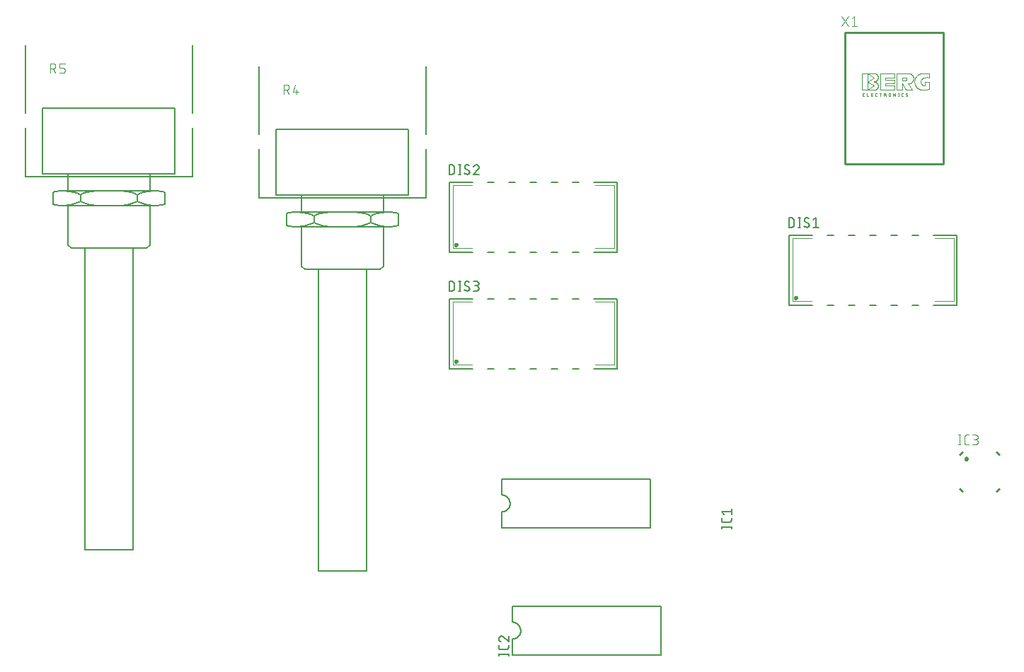
<source format=gbr>
G04 EAGLE Gerber RS-274X export*
G75*
%MOMM*%
%FSLAX34Y34*%
%LPD*%
%INSilkscreen Top*%
%IPPOS*%
%AMOC8*
5,1,8,0,0,1.08239X$1,22.5*%
G01*
%ADD10C,0.254000*%
%ADD11C,0.050800*%
%ADD12C,0.025400*%
%ADD13C,0.101600*%
%ADD14C,0.152400*%
%ADD15C,0.127000*%
%ADD16C,0.203200*%


D10*
X1211000Y792600D02*
X1211000Y635100D01*
X1329000Y635100D01*
X1329000Y792600D01*
X1211000Y792600D01*
D11*
X1245400Y743900D02*
X1245540Y743898D01*
X1245680Y743892D01*
X1245820Y743882D01*
X1245960Y743869D01*
X1246099Y743851D01*
X1246238Y743829D01*
X1246375Y743804D01*
X1246513Y743775D01*
X1246649Y743742D01*
X1246784Y743705D01*
X1246918Y743664D01*
X1247051Y743619D01*
X1247183Y743571D01*
X1247313Y743519D01*
X1247442Y743464D01*
X1247569Y743405D01*
X1247695Y743342D01*
X1247819Y743276D01*
X1247940Y743207D01*
X1248060Y743134D01*
X1248178Y743057D01*
X1248293Y742978D01*
X1248407Y742895D01*
X1248517Y742809D01*
X1248626Y742720D01*
X1248732Y742628D01*
X1248835Y742533D01*
X1248936Y742436D01*
X1249033Y742335D01*
X1249128Y742232D01*
X1249220Y742126D01*
X1249309Y742017D01*
X1249395Y741907D01*
X1249478Y741793D01*
X1249557Y741678D01*
X1249634Y741560D01*
X1249707Y741440D01*
X1249776Y741319D01*
X1249842Y741195D01*
X1249905Y741069D01*
X1249964Y740942D01*
X1250019Y740813D01*
X1250071Y740683D01*
X1250119Y740551D01*
X1250164Y740418D01*
X1250205Y740284D01*
X1250242Y740149D01*
X1250275Y740013D01*
X1250304Y739875D01*
X1250329Y739738D01*
X1250351Y739599D01*
X1250369Y739460D01*
X1250382Y739320D01*
X1250392Y739180D01*
X1250398Y739040D01*
X1250400Y738900D01*
X1250398Y738760D01*
X1250392Y738620D01*
X1250382Y738480D01*
X1250369Y738340D01*
X1250351Y738201D01*
X1250329Y738062D01*
X1250304Y737925D01*
X1250275Y737787D01*
X1250242Y737651D01*
X1250205Y737516D01*
X1250164Y737382D01*
X1250119Y737249D01*
X1250071Y737117D01*
X1250019Y736987D01*
X1249964Y736858D01*
X1249905Y736731D01*
X1249842Y736605D01*
X1249776Y736481D01*
X1249707Y736360D01*
X1249634Y736240D01*
X1249557Y736122D01*
X1249478Y736007D01*
X1249395Y735893D01*
X1249309Y735783D01*
X1249220Y735674D01*
X1249128Y735568D01*
X1249033Y735465D01*
X1248936Y735364D01*
X1248835Y735267D01*
X1248732Y735172D01*
X1248626Y735080D01*
X1248517Y734991D01*
X1248407Y734905D01*
X1248293Y734822D01*
X1248178Y734743D01*
X1248060Y734666D01*
X1247940Y734593D01*
X1247819Y734524D01*
X1247695Y734458D01*
X1247569Y734395D01*
X1247442Y734336D01*
X1247313Y734281D01*
X1247183Y734229D01*
X1247051Y734181D01*
X1246918Y734136D01*
X1246784Y734095D01*
X1246649Y734058D01*
X1246513Y734025D01*
X1246375Y733996D01*
X1246238Y733971D01*
X1246099Y733949D01*
X1245960Y733931D01*
X1245820Y733918D01*
X1245680Y733908D01*
X1245540Y733902D01*
X1245400Y733900D01*
X1245540Y733898D01*
X1245680Y733892D01*
X1245820Y733882D01*
X1245960Y733869D01*
X1246099Y733851D01*
X1246238Y733829D01*
X1246375Y733804D01*
X1246513Y733775D01*
X1246649Y733742D01*
X1246784Y733705D01*
X1246918Y733664D01*
X1247051Y733619D01*
X1247183Y733571D01*
X1247313Y733519D01*
X1247442Y733464D01*
X1247569Y733405D01*
X1247695Y733342D01*
X1247819Y733276D01*
X1247940Y733207D01*
X1248060Y733134D01*
X1248178Y733057D01*
X1248293Y732978D01*
X1248407Y732895D01*
X1248517Y732809D01*
X1248626Y732720D01*
X1248732Y732628D01*
X1248835Y732533D01*
X1248936Y732436D01*
X1249033Y732335D01*
X1249128Y732232D01*
X1249220Y732126D01*
X1249309Y732017D01*
X1249395Y731907D01*
X1249478Y731793D01*
X1249557Y731678D01*
X1249634Y731560D01*
X1249707Y731440D01*
X1249776Y731319D01*
X1249842Y731195D01*
X1249905Y731069D01*
X1249964Y730942D01*
X1250019Y730813D01*
X1250071Y730683D01*
X1250119Y730551D01*
X1250164Y730418D01*
X1250205Y730284D01*
X1250242Y730149D01*
X1250275Y730013D01*
X1250304Y729875D01*
X1250329Y729738D01*
X1250351Y729599D01*
X1250369Y729460D01*
X1250382Y729320D01*
X1250392Y729180D01*
X1250398Y729040D01*
X1250400Y728900D01*
X1250398Y728760D01*
X1250392Y728620D01*
X1250382Y728480D01*
X1250369Y728340D01*
X1250351Y728201D01*
X1250329Y728062D01*
X1250304Y727925D01*
X1250275Y727787D01*
X1250242Y727651D01*
X1250205Y727516D01*
X1250164Y727382D01*
X1250119Y727249D01*
X1250071Y727117D01*
X1250019Y726987D01*
X1249964Y726858D01*
X1249905Y726731D01*
X1249842Y726605D01*
X1249776Y726481D01*
X1249707Y726360D01*
X1249634Y726240D01*
X1249557Y726122D01*
X1249478Y726007D01*
X1249395Y725893D01*
X1249309Y725783D01*
X1249220Y725674D01*
X1249128Y725568D01*
X1249033Y725465D01*
X1248936Y725364D01*
X1248835Y725267D01*
X1248732Y725172D01*
X1248626Y725080D01*
X1248517Y724991D01*
X1248407Y724905D01*
X1248293Y724822D01*
X1248178Y724743D01*
X1248060Y724666D01*
X1247940Y724593D01*
X1247819Y724524D01*
X1247695Y724458D01*
X1247569Y724395D01*
X1247442Y724336D01*
X1247313Y724281D01*
X1247183Y724229D01*
X1247051Y724181D01*
X1246918Y724136D01*
X1246784Y724095D01*
X1246649Y724058D01*
X1246513Y724025D01*
X1246375Y723996D01*
X1246238Y723971D01*
X1246099Y723949D01*
X1245960Y723931D01*
X1245820Y723918D01*
X1245680Y723908D01*
X1245540Y723902D01*
X1245400Y723900D01*
X1306650Y728900D02*
X1306510Y728902D01*
X1306370Y728908D01*
X1306230Y728918D01*
X1306090Y728931D01*
X1305951Y728949D01*
X1305812Y728971D01*
X1305675Y728996D01*
X1305537Y729025D01*
X1305401Y729058D01*
X1305266Y729095D01*
X1305132Y729136D01*
X1304999Y729181D01*
X1304867Y729229D01*
X1304737Y729281D01*
X1304608Y729336D01*
X1304481Y729395D01*
X1304355Y729458D01*
X1304231Y729524D01*
X1304110Y729593D01*
X1303990Y729666D01*
X1303872Y729743D01*
X1303757Y729822D01*
X1303643Y729905D01*
X1303533Y729991D01*
X1303424Y730080D01*
X1303318Y730172D01*
X1303215Y730267D01*
X1303114Y730364D01*
X1303017Y730465D01*
X1302922Y730568D01*
X1302830Y730674D01*
X1302741Y730783D01*
X1302655Y730893D01*
X1302572Y731007D01*
X1302493Y731122D01*
X1302416Y731240D01*
X1302343Y731360D01*
X1302274Y731481D01*
X1302208Y731605D01*
X1302145Y731731D01*
X1302086Y731858D01*
X1302031Y731987D01*
X1301979Y732117D01*
X1301931Y732249D01*
X1301886Y732382D01*
X1301845Y732516D01*
X1301808Y732651D01*
X1301775Y732787D01*
X1301746Y732925D01*
X1301721Y733062D01*
X1301699Y733201D01*
X1301681Y733340D01*
X1301668Y733480D01*
X1301658Y733620D01*
X1301652Y733760D01*
X1301650Y733900D01*
X1301652Y734040D01*
X1301658Y734180D01*
X1301668Y734320D01*
X1301681Y734460D01*
X1301699Y734599D01*
X1301721Y734738D01*
X1301746Y734875D01*
X1301775Y735013D01*
X1301808Y735149D01*
X1301845Y735284D01*
X1301886Y735418D01*
X1301931Y735551D01*
X1301979Y735683D01*
X1302031Y735813D01*
X1302086Y735942D01*
X1302145Y736069D01*
X1302208Y736195D01*
X1302274Y736319D01*
X1302343Y736440D01*
X1302416Y736560D01*
X1302493Y736678D01*
X1302572Y736793D01*
X1302655Y736907D01*
X1302741Y737017D01*
X1302830Y737126D01*
X1302922Y737232D01*
X1303017Y737335D01*
X1303114Y737436D01*
X1303215Y737533D01*
X1303318Y737628D01*
X1303424Y737720D01*
X1303533Y737809D01*
X1303643Y737895D01*
X1303757Y737978D01*
X1303872Y738057D01*
X1303990Y738134D01*
X1304110Y738207D01*
X1304231Y738276D01*
X1304355Y738342D01*
X1304481Y738405D01*
X1304608Y738464D01*
X1304737Y738519D01*
X1304867Y738571D01*
X1304999Y738619D01*
X1305132Y738664D01*
X1305266Y738705D01*
X1305401Y738742D01*
X1305537Y738775D01*
X1305675Y738804D01*
X1305812Y738829D01*
X1305951Y738851D01*
X1306090Y738869D01*
X1306230Y738882D01*
X1306370Y738892D01*
X1306510Y738898D01*
X1306650Y738900D01*
X1304150Y743900D02*
X1303906Y743897D01*
X1303663Y743888D01*
X1303420Y743873D01*
X1303177Y743853D01*
X1302935Y743826D01*
X1302694Y743793D01*
X1302454Y743755D01*
X1302214Y743711D01*
X1301976Y743661D01*
X1301739Y743605D01*
X1301503Y743543D01*
X1301269Y743476D01*
X1301037Y743403D01*
X1300806Y743324D01*
X1300578Y743240D01*
X1300351Y743150D01*
X1300127Y743055D01*
X1299905Y742954D01*
X1299686Y742848D01*
X1299470Y742737D01*
X1299256Y742620D01*
X1299045Y742499D01*
X1298837Y742372D01*
X1298632Y742240D01*
X1298431Y742103D01*
X1298233Y741961D01*
X1298038Y741815D01*
X1297847Y741664D01*
X1297660Y741508D01*
X1297477Y741348D01*
X1297297Y741183D01*
X1297122Y741014D01*
X1296951Y740841D01*
X1296784Y740663D01*
X1296622Y740482D01*
X1296464Y740297D01*
X1296310Y740108D01*
X1296161Y739915D01*
X1296017Y739719D01*
X1295878Y739519D01*
X1295743Y739316D01*
X1295614Y739109D01*
X1295490Y738900D01*
X1295371Y738688D01*
X1295257Y738472D01*
X1295148Y738255D01*
X1295045Y738034D01*
X1294947Y737811D01*
X1294854Y737586D01*
X1294767Y737358D01*
X1294686Y737129D01*
X1294610Y736897D01*
X1294540Y736664D01*
X1294475Y736429D01*
X1294416Y736193D01*
X1294363Y735955D01*
X1294316Y735716D01*
X1294275Y735476D01*
X1294240Y735235D01*
X1294210Y734994D01*
X1294186Y734751D01*
X1294169Y734508D01*
X1294157Y734265D01*
X1294151Y734022D01*
X1294151Y733778D01*
X1294157Y733535D01*
X1294169Y733292D01*
X1294186Y733049D01*
X1294210Y732806D01*
X1294240Y732565D01*
X1294275Y732324D01*
X1294316Y732084D01*
X1294363Y731845D01*
X1294416Y731607D01*
X1294475Y731371D01*
X1294540Y731136D01*
X1294610Y730903D01*
X1294686Y730671D01*
X1294767Y730442D01*
X1294854Y730214D01*
X1294947Y729989D01*
X1295045Y729766D01*
X1295148Y729545D01*
X1295257Y729328D01*
X1295371Y729112D01*
X1295490Y728900D01*
X1295614Y728691D01*
X1295743Y728484D01*
X1295878Y728281D01*
X1296017Y728081D01*
X1296161Y727885D01*
X1296310Y727692D01*
X1296464Y727503D01*
X1296622Y727318D01*
X1296784Y727137D01*
X1296951Y726959D01*
X1297122Y726786D01*
X1297297Y726617D01*
X1297477Y726452D01*
X1297660Y726292D01*
X1297847Y726136D01*
X1298038Y725985D01*
X1298233Y725839D01*
X1298431Y725697D01*
X1298632Y725560D01*
X1298837Y725428D01*
X1299045Y725301D01*
X1299256Y725180D01*
X1299470Y725063D01*
X1299686Y724952D01*
X1299905Y724846D01*
X1300127Y724745D01*
X1300351Y724650D01*
X1300578Y724560D01*
X1300806Y724476D01*
X1301037Y724397D01*
X1301269Y724324D01*
X1301503Y724257D01*
X1301739Y724195D01*
X1301976Y724139D01*
X1302214Y724089D01*
X1302454Y724045D01*
X1302694Y724007D01*
X1302935Y723974D01*
X1303177Y723947D01*
X1303420Y723927D01*
X1303663Y723912D01*
X1303906Y723903D01*
X1304150Y723900D01*
X1306650Y738900D02*
X1307103Y738955D01*
X1307556Y738999D01*
X1308011Y739032D01*
X1308466Y739054D01*
X1308922Y739065D01*
X1309378Y739065D01*
X1309834Y739054D01*
X1310289Y739032D01*
X1310744Y738999D01*
X1311197Y738955D01*
X1311650Y738900D01*
X1311750Y743350D02*
X1310913Y743490D01*
X1310073Y743611D01*
X1309231Y743711D01*
X1308387Y743792D01*
X1307541Y743854D01*
X1306694Y743895D01*
X1305846Y743917D01*
X1304998Y743918D01*
X1304150Y743900D01*
X1304150Y723900D02*
X1304695Y723909D01*
X1305240Y723930D01*
X1305785Y723964D01*
X1306328Y724010D01*
X1306871Y724069D01*
X1307411Y724140D01*
X1307950Y724223D01*
X1308487Y724319D01*
X1309022Y724427D01*
X1309554Y724548D01*
X1310083Y724680D01*
X1310609Y724825D01*
X1311131Y724982D01*
X1311650Y725150D01*
X1286650Y731400D02*
X1286807Y731402D01*
X1286964Y731408D01*
X1287121Y731418D01*
X1287277Y731432D01*
X1287433Y731449D01*
X1287589Y731471D01*
X1287744Y731496D01*
X1287898Y731526D01*
X1288052Y731559D01*
X1288204Y731596D01*
X1288356Y731637D01*
X1288507Y731682D01*
X1288656Y731731D01*
X1288804Y731783D01*
X1288951Y731839D01*
X1289096Y731899D01*
X1289240Y731962D01*
X1289382Y732029D01*
X1289522Y732099D01*
X1289661Y732173D01*
X1289798Y732250D01*
X1289932Y732331D01*
X1290065Y732415D01*
X1290195Y732503D01*
X1290324Y732594D01*
X1290450Y732688D01*
X1290573Y732785D01*
X1290694Y732885D01*
X1290813Y732988D01*
X1290928Y733094D01*
X1291042Y733203D01*
X1291152Y733315D01*
X1291259Y733429D01*
X1291364Y733546D01*
X1291466Y733666D01*
X1291564Y733788D01*
X1291660Y733913D01*
X1291752Y734040D01*
X1291841Y734170D01*
X1291927Y734301D01*
X1292010Y734435D01*
X1292089Y734570D01*
X1292164Y734708D01*
X1292237Y734848D01*
X1292305Y734989D01*
X1292370Y735132D01*
X1292432Y735276D01*
X1292490Y735422D01*
X1292544Y735570D01*
X1292594Y735719D01*
X1292641Y735869D01*
X1292684Y736020D01*
X1292723Y736172D01*
X1292758Y736325D01*
X1292789Y736479D01*
X1292817Y736634D01*
X1292840Y736789D01*
X1292860Y736945D01*
X1292876Y737101D01*
X1292888Y737258D01*
X1292896Y737414D01*
X1292900Y737571D01*
X1292900Y737729D01*
X1292896Y737886D01*
X1292888Y738042D01*
X1292876Y738199D01*
X1292860Y738355D01*
X1292840Y738511D01*
X1292817Y738666D01*
X1292789Y738821D01*
X1292758Y738975D01*
X1292723Y739128D01*
X1292684Y739280D01*
X1292641Y739431D01*
X1292594Y739581D01*
X1292544Y739730D01*
X1292490Y739878D01*
X1292432Y740024D01*
X1292370Y740168D01*
X1292305Y740311D01*
X1292237Y740452D01*
X1292164Y740592D01*
X1292089Y740730D01*
X1292010Y740865D01*
X1291927Y740999D01*
X1291841Y741130D01*
X1291752Y741260D01*
X1291660Y741387D01*
X1291564Y741512D01*
X1291466Y741634D01*
X1291364Y741754D01*
X1291259Y741871D01*
X1291152Y741985D01*
X1291042Y742097D01*
X1290928Y742206D01*
X1290813Y742312D01*
X1290694Y742415D01*
X1290573Y742515D01*
X1290450Y742612D01*
X1290324Y742706D01*
X1290195Y742797D01*
X1290065Y742885D01*
X1289932Y742969D01*
X1289798Y743050D01*
X1289661Y743127D01*
X1289522Y743201D01*
X1289382Y743271D01*
X1289240Y743338D01*
X1289096Y743401D01*
X1288951Y743461D01*
X1288804Y743517D01*
X1288656Y743569D01*
X1288507Y743618D01*
X1288356Y743663D01*
X1288204Y743704D01*
X1288052Y743741D01*
X1287898Y743774D01*
X1287744Y743804D01*
X1287589Y743829D01*
X1287433Y743851D01*
X1287277Y743868D01*
X1287121Y743882D01*
X1286964Y743892D01*
X1286807Y743898D01*
X1286650Y743900D01*
X1282900Y738900D02*
X1282985Y738898D01*
X1283071Y738892D01*
X1283155Y738883D01*
X1283240Y738869D01*
X1283323Y738852D01*
X1283406Y738830D01*
X1283488Y738806D01*
X1283568Y738777D01*
X1283647Y738745D01*
X1283725Y738709D01*
X1283800Y738670D01*
X1283874Y738627D01*
X1283946Y738581D01*
X1284016Y738532D01*
X1284083Y738479D01*
X1284148Y738424D01*
X1284211Y738366D01*
X1284270Y738305D01*
X1284327Y738241D01*
X1284381Y738175D01*
X1284432Y738106D01*
X1284479Y738035D01*
X1284524Y737963D01*
X1284565Y737888D01*
X1284602Y737811D01*
X1284636Y737733D01*
X1284667Y737653D01*
X1284693Y737572D01*
X1284717Y737490D01*
X1284736Y737406D01*
X1284751Y737323D01*
X1284763Y737238D01*
X1284771Y737153D01*
X1284775Y737068D01*
X1284775Y736982D01*
X1284771Y736897D01*
X1284763Y736812D01*
X1284751Y736727D01*
X1284736Y736644D01*
X1284717Y736560D01*
X1284693Y736478D01*
X1284667Y736397D01*
X1284636Y736317D01*
X1284602Y736239D01*
X1284565Y736162D01*
X1284524Y736088D01*
X1284479Y736015D01*
X1284432Y735944D01*
X1284381Y735875D01*
X1284327Y735809D01*
X1284270Y735745D01*
X1284211Y735684D01*
X1284148Y735626D01*
X1284083Y735571D01*
X1284016Y735518D01*
X1283946Y735469D01*
X1283874Y735423D01*
X1283800Y735380D01*
X1283725Y735341D01*
X1283647Y735305D01*
X1283568Y735273D01*
X1283488Y735244D01*
X1283406Y735220D01*
X1283323Y735198D01*
X1283240Y735181D01*
X1283155Y735167D01*
X1283071Y735158D01*
X1282985Y735152D01*
X1282900Y735150D01*
X1231650Y743900D02*
X1231650Y723900D01*
X1237900Y723900D01*
X1237900Y733900D01*
X1237900Y743900D01*
X1231650Y743900D01*
X1237900Y743900D02*
X1245400Y738900D01*
X1237900Y733900D01*
X1245400Y728900D01*
X1237900Y723900D01*
X1245400Y723900D01*
X1245400Y743900D02*
X1237900Y743900D01*
X1252900Y743900D02*
X1252900Y723900D01*
X1270400Y723900D01*
X1270400Y728900D01*
X1259150Y728900D01*
X1259150Y731400D01*
X1270400Y731400D01*
X1270400Y736400D01*
X1259150Y736400D01*
X1259150Y738900D01*
X1270400Y738900D01*
X1270400Y743900D01*
X1252900Y743900D01*
X1272900Y743900D02*
X1272900Y723900D01*
X1279150Y723900D01*
X1279150Y731400D01*
X1284150Y723900D01*
X1291650Y723900D01*
X1286650Y731400D01*
X1279150Y735150D02*
X1279150Y738900D01*
X1272900Y743900D02*
X1286650Y743900D01*
X1282900Y738900D02*
X1279150Y738900D01*
X1279150Y735150D02*
X1282900Y735150D01*
X1306650Y733900D02*
X1311650Y733900D01*
X1306650Y733900D02*
X1306650Y728900D01*
X1311600Y738900D02*
X1311600Y743350D01*
X1311650Y733900D02*
X1311650Y725150D01*
D12*
X1233720Y716327D02*
X1232027Y716327D01*
X1232027Y720137D01*
X1233720Y720137D01*
X1233297Y718444D02*
X1232027Y718444D01*
X1237148Y720137D02*
X1237148Y716327D01*
X1238841Y716327D01*
X1242268Y716327D02*
X1243961Y716327D01*
X1242268Y716327D02*
X1242268Y720137D01*
X1243961Y720137D01*
X1243538Y718444D02*
X1242268Y718444D01*
X1248098Y716327D02*
X1248944Y716327D01*
X1248098Y716327D02*
X1248043Y716329D01*
X1247987Y716334D01*
X1247933Y716343D01*
X1247879Y716356D01*
X1247826Y716372D01*
X1247774Y716391D01*
X1247723Y716414D01*
X1247675Y716440D01*
X1247627Y716470D01*
X1247582Y716502D01*
X1247540Y716537D01*
X1247499Y716575D01*
X1247461Y716616D01*
X1247426Y716658D01*
X1247394Y716703D01*
X1247364Y716751D01*
X1247338Y716799D01*
X1247315Y716850D01*
X1247296Y716902D01*
X1247280Y716955D01*
X1247267Y717009D01*
X1247258Y717063D01*
X1247253Y717119D01*
X1247251Y717174D01*
X1247251Y719290D01*
X1247253Y719348D01*
X1247259Y719405D01*
X1247269Y719462D01*
X1247282Y719519D01*
X1247300Y719574D01*
X1247321Y719627D01*
X1247346Y719680D01*
X1247374Y719730D01*
X1247406Y719778D01*
X1247441Y719825D01*
X1247479Y719868D01*
X1247520Y719909D01*
X1247563Y719947D01*
X1247610Y719982D01*
X1247658Y720014D01*
X1247708Y720042D01*
X1247761Y720067D01*
X1247814Y720088D01*
X1247869Y720106D01*
X1247926Y720119D01*
X1247983Y720129D01*
X1248040Y720135D01*
X1248098Y720137D01*
X1248944Y720137D01*
X1253073Y720137D02*
X1253073Y716327D01*
X1252015Y720137D02*
X1254132Y720137D01*
X1257523Y720137D02*
X1257523Y716327D01*
X1257523Y720137D02*
X1258581Y720137D01*
X1258645Y720135D01*
X1258709Y720129D01*
X1258772Y720120D01*
X1258834Y720106D01*
X1258896Y720089D01*
X1258956Y720068D01*
X1259015Y720044D01*
X1259073Y720016D01*
X1259128Y719984D01*
X1259182Y719950D01*
X1259233Y719912D01*
X1259283Y719871D01*
X1259329Y719827D01*
X1259373Y719781D01*
X1259414Y719731D01*
X1259452Y719680D01*
X1259486Y719626D01*
X1259518Y719571D01*
X1259546Y719513D01*
X1259570Y719454D01*
X1259591Y719394D01*
X1259608Y719332D01*
X1259622Y719270D01*
X1259631Y719207D01*
X1259637Y719143D01*
X1259639Y719079D01*
X1259637Y719015D01*
X1259631Y718951D01*
X1259622Y718888D01*
X1259608Y718826D01*
X1259591Y718764D01*
X1259570Y718704D01*
X1259546Y718645D01*
X1259518Y718587D01*
X1259486Y718532D01*
X1259452Y718478D01*
X1259414Y718427D01*
X1259373Y718377D01*
X1259329Y718331D01*
X1259283Y718287D01*
X1259233Y718246D01*
X1259182Y718208D01*
X1259128Y718174D01*
X1259073Y718142D01*
X1259015Y718114D01*
X1258956Y718090D01*
X1258896Y718069D01*
X1258834Y718052D01*
X1258772Y718038D01*
X1258709Y718029D01*
X1258645Y718023D01*
X1258581Y718021D01*
X1258581Y718020D02*
X1257523Y718020D01*
X1258793Y718020D02*
X1259639Y716327D01*
X1263110Y717385D02*
X1263110Y719079D01*
X1263112Y719143D01*
X1263118Y719207D01*
X1263127Y719270D01*
X1263141Y719332D01*
X1263158Y719394D01*
X1263179Y719454D01*
X1263203Y719513D01*
X1263231Y719571D01*
X1263263Y719626D01*
X1263297Y719680D01*
X1263335Y719731D01*
X1263376Y719781D01*
X1263420Y719827D01*
X1263466Y719871D01*
X1263516Y719912D01*
X1263567Y719950D01*
X1263621Y719984D01*
X1263676Y720016D01*
X1263734Y720044D01*
X1263793Y720068D01*
X1263853Y720089D01*
X1263915Y720106D01*
X1263977Y720120D01*
X1264040Y720129D01*
X1264104Y720135D01*
X1264168Y720137D01*
X1264232Y720135D01*
X1264296Y720129D01*
X1264359Y720120D01*
X1264421Y720106D01*
X1264483Y720089D01*
X1264543Y720068D01*
X1264602Y720044D01*
X1264660Y720016D01*
X1264715Y719984D01*
X1264769Y719950D01*
X1264820Y719912D01*
X1264870Y719871D01*
X1264916Y719827D01*
X1264960Y719781D01*
X1265001Y719731D01*
X1265039Y719680D01*
X1265073Y719626D01*
X1265105Y719571D01*
X1265133Y719513D01*
X1265157Y719454D01*
X1265178Y719394D01*
X1265195Y719332D01*
X1265209Y719270D01*
X1265218Y719207D01*
X1265224Y719143D01*
X1265226Y719079D01*
X1265226Y717385D01*
X1265224Y717321D01*
X1265218Y717257D01*
X1265209Y717194D01*
X1265195Y717132D01*
X1265178Y717070D01*
X1265157Y717010D01*
X1265133Y716951D01*
X1265105Y716893D01*
X1265073Y716838D01*
X1265039Y716784D01*
X1265001Y716733D01*
X1264960Y716683D01*
X1264916Y716637D01*
X1264870Y716593D01*
X1264820Y716552D01*
X1264769Y716514D01*
X1264715Y716480D01*
X1264660Y716448D01*
X1264602Y716420D01*
X1264543Y716396D01*
X1264483Y716375D01*
X1264421Y716358D01*
X1264359Y716344D01*
X1264296Y716335D01*
X1264232Y716329D01*
X1264168Y716327D01*
X1264104Y716329D01*
X1264040Y716335D01*
X1263977Y716344D01*
X1263915Y716358D01*
X1263853Y716375D01*
X1263793Y716396D01*
X1263734Y716420D01*
X1263676Y716448D01*
X1263621Y716480D01*
X1263567Y716514D01*
X1263516Y716552D01*
X1263466Y716593D01*
X1263420Y716637D01*
X1263376Y716683D01*
X1263335Y716733D01*
X1263297Y716784D01*
X1263263Y716838D01*
X1263231Y716893D01*
X1263203Y716951D01*
X1263179Y717010D01*
X1263158Y717070D01*
X1263141Y717132D01*
X1263127Y717194D01*
X1263118Y717257D01*
X1263112Y717321D01*
X1263110Y717385D01*
X1268840Y716327D02*
X1268840Y720137D01*
X1270957Y716327D01*
X1270957Y720137D01*
X1274897Y720137D02*
X1274897Y716327D01*
X1274474Y716327D02*
X1275320Y716327D01*
X1275320Y720137D02*
X1274474Y720137D01*
X1279553Y716327D02*
X1280399Y716327D01*
X1279553Y716327D02*
X1279498Y716329D01*
X1279442Y716334D01*
X1279388Y716343D01*
X1279334Y716356D01*
X1279281Y716372D01*
X1279229Y716391D01*
X1279178Y716414D01*
X1279130Y716440D01*
X1279082Y716470D01*
X1279037Y716502D01*
X1278995Y716537D01*
X1278954Y716575D01*
X1278916Y716616D01*
X1278881Y716658D01*
X1278849Y716703D01*
X1278819Y716751D01*
X1278793Y716799D01*
X1278770Y716850D01*
X1278751Y716902D01*
X1278735Y716955D01*
X1278722Y717009D01*
X1278713Y717063D01*
X1278708Y717119D01*
X1278706Y717174D01*
X1278706Y719290D01*
X1278708Y719348D01*
X1278714Y719405D01*
X1278724Y719462D01*
X1278737Y719519D01*
X1278755Y719574D01*
X1278776Y719627D01*
X1278801Y719680D01*
X1278829Y719730D01*
X1278861Y719778D01*
X1278896Y719825D01*
X1278934Y719868D01*
X1278975Y719909D01*
X1279018Y719947D01*
X1279065Y719982D01*
X1279113Y720014D01*
X1279163Y720042D01*
X1279216Y720067D01*
X1279269Y720088D01*
X1279324Y720106D01*
X1279381Y720119D01*
X1279438Y720129D01*
X1279495Y720135D01*
X1279553Y720137D01*
X1280399Y720137D01*
X1284862Y716327D02*
X1284920Y716329D01*
X1284977Y716335D01*
X1285034Y716345D01*
X1285091Y716358D01*
X1285146Y716376D01*
X1285199Y716397D01*
X1285252Y716422D01*
X1285302Y716450D01*
X1285350Y716482D01*
X1285397Y716517D01*
X1285440Y716555D01*
X1285481Y716596D01*
X1285519Y716639D01*
X1285554Y716686D01*
X1285586Y716734D01*
X1285614Y716784D01*
X1285639Y716837D01*
X1285660Y716890D01*
X1285678Y716945D01*
X1285691Y717002D01*
X1285701Y717059D01*
X1285707Y717116D01*
X1285709Y717174D01*
X1284862Y716327D02*
X1284779Y716329D01*
X1284696Y716335D01*
X1284614Y716344D01*
X1284532Y716358D01*
X1284451Y716375D01*
X1284370Y716396D01*
X1284291Y716421D01*
X1284213Y716449D01*
X1284136Y716481D01*
X1284061Y716516D01*
X1283988Y716555D01*
X1283916Y716598D01*
X1283847Y716643D01*
X1283780Y716692D01*
X1283715Y716744D01*
X1283652Y716798D01*
X1283592Y716856D01*
X1283698Y719290D02*
X1283700Y719345D01*
X1283705Y719401D01*
X1283714Y719455D01*
X1283727Y719509D01*
X1283743Y719562D01*
X1283762Y719614D01*
X1283785Y719665D01*
X1283811Y719714D01*
X1283841Y719761D01*
X1283873Y719806D01*
X1283908Y719848D01*
X1283946Y719889D01*
X1283987Y719927D01*
X1284029Y719962D01*
X1284074Y719994D01*
X1284122Y720024D01*
X1284170Y720050D01*
X1284221Y720073D01*
X1284273Y720092D01*
X1284326Y720108D01*
X1284380Y720121D01*
X1284434Y720130D01*
X1284490Y720135D01*
X1284545Y720137D01*
X1284545Y720138D02*
X1284624Y720136D01*
X1284702Y720130D01*
X1284780Y720121D01*
X1284857Y720107D01*
X1284934Y720090D01*
X1285010Y720068D01*
X1285084Y720044D01*
X1285158Y720015D01*
X1285229Y719983D01*
X1285299Y719947D01*
X1285368Y719908D01*
X1285434Y719866D01*
X1285498Y719820D01*
X1284121Y718549D02*
X1284074Y718579D01*
X1284029Y718612D01*
X1283986Y718648D01*
X1283946Y718686D01*
X1283908Y718727D01*
X1283873Y718770D01*
X1283841Y718816D01*
X1283811Y718863D01*
X1283785Y718913D01*
X1283762Y718964D01*
X1283743Y719016D01*
X1283727Y719069D01*
X1283714Y719124D01*
X1283705Y719179D01*
X1283700Y719234D01*
X1283698Y719290D01*
X1285286Y717915D02*
X1285333Y717885D01*
X1285378Y717852D01*
X1285421Y717816D01*
X1285461Y717778D01*
X1285499Y717737D01*
X1285534Y717694D01*
X1285566Y717648D01*
X1285596Y717601D01*
X1285622Y717551D01*
X1285645Y717500D01*
X1285664Y717448D01*
X1285680Y717395D01*
X1285693Y717340D01*
X1285702Y717285D01*
X1285707Y717230D01*
X1285709Y717174D01*
X1285285Y717915D02*
X1284121Y718550D01*
D13*
X1207008Y800608D02*
X1214797Y812292D01*
X1207008Y812292D02*
X1214797Y800608D01*
X1219087Y809696D02*
X1222333Y812292D01*
X1222333Y800608D01*
X1225578Y800608D02*
X1219087Y800608D01*
D14*
X1344930Y549910D02*
X1344930Y466090D01*
X1144270Y466090D02*
X1144270Y549910D01*
D11*
X1148080Y546100D02*
X1148080Y471170D01*
X1341120Y471170D02*
X1341120Y546100D01*
D14*
X1344930Y466090D02*
X1316990Y466090D01*
X1299210Y466090D02*
X1291590Y466090D01*
X1273810Y466090D02*
X1266190Y466090D01*
X1248410Y466090D02*
X1240790Y466090D01*
X1223010Y466090D02*
X1215390Y466090D01*
X1197610Y466090D02*
X1189990Y466090D01*
X1172210Y466090D02*
X1144270Y466090D01*
X1316990Y549910D02*
X1344930Y549910D01*
X1299210Y549910D02*
X1291590Y549910D01*
X1273810Y549910D02*
X1266190Y549910D01*
X1248410Y549910D02*
X1240790Y549910D01*
X1223010Y549910D02*
X1215390Y549910D01*
X1197610Y549910D02*
X1189990Y549910D01*
X1172210Y549910D02*
X1144270Y549910D01*
D11*
X1318260Y546100D02*
X1341120Y546100D01*
X1170940Y546100D02*
X1148080Y546100D01*
X1318260Y471170D02*
X1341120Y471170D01*
X1170940Y471170D02*
X1148080Y471170D01*
D10*
X1150620Y474980D02*
X1150622Y475051D01*
X1150628Y475122D01*
X1150638Y475193D01*
X1150652Y475263D01*
X1150670Y475332D01*
X1150691Y475399D01*
X1150717Y475466D01*
X1150746Y475531D01*
X1150778Y475594D01*
X1150815Y475656D01*
X1150854Y475715D01*
X1150897Y475772D01*
X1150943Y475826D01*
X1150992Y475878D01*
X1151044Y475927D01*
X1151098Y475973D01*
X1151155Y476016D01*
X1151214Y476055D01*
X1151276Y476092D01*
X1151339Y476124D01*
X1151404Y476153D01*
X1151471Y476179D01*
X1151538Y476200D01*
X1151607Y476218D01*
X1151677Y476232D01*
X1151748Y476242D01*
X1151819Y476248D01*
X1151890Y476250D01*
X1151961Y476248D01*
X1152032Y476242D01*
X1152103Y476232D01*
X1152173Y476218D01*
X1152242Y476200D01*
X1152309Y476179D01*
X1152376Y476153D01*
X1152441Y476124D01*
X1152504Y476092D01*
X1152566Y476055D01*
X1152625Y476016D01*
X1152682Y475973D01*
X1152736Y475927D01*
X1152788Y475878D01*
X1152837Y475826D01*
X1152883Y475772D01*
X1152926Y475715D01*
X1152965Y475656D01*
X1153002Y475594D01*
X1153034Y475531D01*
X1153063Y475466D01*
X1153089Y475399D01*
X1153110Y475332D01*
X1153128Y475263D01*
X1153142Y475193D01*
X1153152Y475122D01*
X1153158Y475051D01*
X1153160Y474980D01*
X1153158Y474909D01*
X1153152Y474838D01*
X1153142Y474767D01*
X1153128Y474697D01*
X1153110Y474628D01*
X1153089Y474561D01*
X1153063Y474494D01*
X1153034Y474429D01*
X1153002Y474366D01*
X1152965Y474304D01*
X1152926Y474245D01*
X1152883Y474188D01*
X1152837Y474134D01*
X1152788Y474082D01*
X1152736Y474033D01*
X1152682Y473987D01*
X1152625Y473944D01*
X1152566Y473905D01*
X1152504Y473868D01*
X1152441Y473836D01*
X1152376Y473807D01*
X1152309Y473781D01*
X1152242Y473760D01*
X1152173Y473742D01*
X1152103Y473728D01*
X1152032Y473718D01*
X1151961Y473712D01*
X1151890Y473710D01*
X1151819Y473712D01*
X1151748Y473718D01*
X1151677Y473728D01*
X1151607Y473742D01*
X1151538Y473760D01*
X1151471Y473781D01*
X1151404Y473807D01*
X1151339Y473836D01*
X1151276Y473868D01*
X1151214Y473905D01*
X1151155Y473944D01*
X1151098Y473987D01*
X1151044Y474033D01*
X1150992Y474082D01*
X1150943Y474134D01*
X1150897Y474188D01*
X1150854Y474245D01*
X1150815Y474304D01*
X1150778Y474366D01*
X1150746Y474429D01*
X1150717Y474494D01*
X1150691Y474561D01*
X1150670Y474628D01*
X1150652Y474697D01*
X1150638Y474767D01*
X1150628Y474838D01*
X1150622Y474909D01*
X1150620Y474980D01*
D15*
X1143635Y559435D02*
X1143635Y570865D01*
X1146810Y570865D01*
X1146921Y570863D01*
X1147031Y570857D01*
X1147142Y570848D01*
X1147252Y570834D01*
X1147361Y570817D01*
X1147470Y570796D01*
X1147578Y570771D01*
X1147685Y570742D01*
X1147791Y570710D01*
X1147896Y570674D01*
X1147999Y570634D01*
X1148101Y570591D01*
X1148202Y570544D01*
X1148301Y570493D01*
X1148398Y570440D01*
X1148492Y570383D01*
X1148585Y570322D01*
X1148676Y570259D01*
X1148765Y570192D01*
X1148851Y570122D01*
X1148934Y570049D01*
X1149016Y569974D01*
X1149094Y569896D01*
X1149169Y569814D01*
X1149242Y569731D01*
X1149312Y569645D01*
X1149379Y569556D01*
X1149442Y569465D01*
X1149503Y569372D01*
X1149560Y569278D01*
X1149613Y569181D01*
X1149664Y569082D01*
X1149711Y568981D01*
X1149754Y568879D01*
X1149794Y568776D01*
X1149830Y568671D01*
X1149862Y568565D01*
X1149891Y568458D01*
X1149916Y568350D01*
X1149937Y568241D01*
X1149954Y568132D01*
X1149968Y568022D01*
X1149977Y567911D01*
X1149983Y567801D01*
X1149985Y567690D01*
X1149985Y562610D01*
X1149983Y562499D01*
X1149977Y562389D01*
X1149968Y562278D01*
X1149954Y562168D01*
X1149937Y562059D01*
X1149916Y561950D01*
X1149891Y561842D01*
X1149862Y561735D01*
X1149830Y561629D01*
X1149794Y561524D01*
X1149754Y561421D01*
X1149711Y561319D01*
X1149664Y561218D01*
X1149613Y561119D01*
X1149560Y561023D01*
X1149503Y560928D01*
X1149442Y560835D01*
X1149379Y560744D01*
X1149312Y560655D01*
X1149242Y560569D01*
X1149169Y560486D01*
X1149094Y560404D01*
X1149016Y560326D01*
X1148934Y560251D01*
X1148851Y560178D01*
X1148765Y560108D01*
X1148676Y560041D01*
X1148585Y559978D01*
X1148492Y559917D01*
X1148398Y559860D01*
X1148301Y559807D01*
X1148202Y559756D01*
X1148101Y559709D01*
X1147999Y559666D01*
X1147896Y559626D01*
X1147791Y559590D01*
X1147685Y559558D01*
X1147578Y559529D01*
X1147470Y559504D01*
X1147361Y559483D01*
X1147252Y559466D01*
X1147142Y559452D01*
X1147031Y559443D01*
X1146921Y559437D01*
X1146810Y559435D01*
X1143635Y559435D01*
X1156335Y559435D02*
X1156335Y570865D01*
X1155065Y559435D02*
X1157605Y559435D01*
X1157605Y570865D02*
X1155065Y570865D01*
X1165733Y559435D02*
X1165833Y559437D01*
X1165932Y559443D01*
X1166032Y559453D01*
X1166130Y559466D01*
X1166229Y559484D01*
X1166326Y559505D01*
X1166422Y559530D01*
X1166518Y559559D01*
X1166612Y559592D01*
X1166705Y559628D01*
X1166796Y559668D01*
X1166886Y559712D01*
X1166974Y559759D01*
X1167060Y559809D01*
X1167144Y559863D01*
X1167226Y559920D01*
X1167305Y559980D01*
X1167383Y560044D01*
X1167457Y560110D01*
X1167529Y560179D01*
X1167598Y560251D01*
X1167664Y560325D01*
X1167728Y560403D01*
X1167788Y560482D01*
X1167845Y560564D01*
X1167899Y560648D01*
X1167949Y560734D01*
X1167996Y560822D01*
X1168040Y560912D01*
X1168080Y561003D01*
X1168116Y561096D01*
X1168149Y561190D01*
X1168178Y561286D01*
X1168203Y561382D01*
X1168224Y561479D01*
X1168242Y561578D01*
X1168255Y561676D01*
X1168265Y561776D01*
X1168271Y561875D01*
X1168273Y561975D01*
X1165733Y559435D02*
X1165592Y559437D01*
X1165451Y559442D01*
X1165310Y559452D01*
X1165169Y559465D01*
X1165029Y559481D01*
X1164889Y559502D01*
X1164750Y559526D01*
X1164611Y559554D01*
X1164474Y559585D01*
X1164337Y559620D01*
X1164201Y559658D01*
X1164066Y559700D01*
X1163933Y559746D01*
X1163800Y559795D01*
X1163669Y559848D01*
X1163540Y559904D01*
X1163411Y559963D01*
X1163285Y560026D01*
X1163160Y560092D01*
X1163037Y560161D01*
X1162916Y560234D01*
X1162797Y560310D01*
X1162679Y560389D01*
X1162564Y560470D01*
X1162452Y560555D01*
X1162341Y560643D01*
X1162233Y560734D01*
X1162127Y560827D01*
X1162024Y560924D01*
X1161923Y561023D01*
X1162241Y568325D02*
X1162243Y568425D01*
X1162249Y568524D01*
X1162259Y568624D01*
X1162272Y568722D01*
X1162290Y568821D01*
X1162311Y568918D01*
X1162336Y569014D01*
X1162365Y569110D01*
X1162398Y569204D01*
X1162434Y569297D01*
X1162474Y569388D01*
X1162518Y569478D01*
X1162565Y569566D01*
X1162615Y569652D01*
X1162669Y569736D01*
X1162726Y569818D01*
X1162786Y569897D01*
X1162850Y569975D01*
X1162916Y570049D01*
X1162985Y570121D01*
X1163057Y570190D01*
X1163131Y570256D01*
X1163209Y570320D01*
X1163288Y570380D01*
X1163370Y570437D01*
X1163454Y570491D01*
X1163540Y570541D01*
X1163628Y570588D01*
X1163718Y570632D01*
X1163809Y570672D01*
X1163902Y570708D01*
X1163996Y570741D01*
X1164092Y570770D01*
X1164188Y570795D01*
X1164285Y570816D01*
X1164384Y570834D01*
X1164482Y570847D01*
X1164582Y570857D01*
X1164681Y570863D01*
X1164781Y570865D01*
X1164781Y570866D02*
X1164914Y570864D01*
X1165047Y570859D01*
X1165180Y570849D01*
X1165313Y570836D01*
X1165445Y570819D01*
X1165577Y570799D01*
X1165708Y570775D01*
X1165838Y570747D01*
X1165968Y570716D01*
X1166096Y570681D01*
X1166224Y570642D01*
X1166350Y570600D01*
X1166475Y570554D01*
X1166599Y570505D01*
X1166722Y570453D01*
X1166843Y570397D01*
X1166962Y570337D01*
X1167080Y570275D01*
X1167195Y570209D01*
X1167309Y570140D01*
X1167421Y570067D01*
X1167531Y569992D01*
X1167639Y569913D01*
X1163510Y566102D02*
X1163426Y566154D01*
X1163343Y566209D01*
X1163263Y566268D01*
X1163185Y566329D01*
X1163110Y566393D01*
X1163037Y566461D01*
X1162966Y566531D01*
X1162899Y566603D01*
X1162834Y566678D01*
X1162772Y566756D01*
X1162713Y566836D01*
X1162657Y566918D01*
X1162605Y567002D01*
X1162556Y567088D01*
X1162510Y567176D01*
X1162467Y567266D01*
X1162428Y567357D01*
X1162393Y567450D01*
X1162361Y567544D01*
X1162333Y567639D01*
X1162308Y567735D01*
X1162288Y567832D01*
X1162270Y567930D01*
X1162257Y568028D01*
X1162248Y568127D01*
X1162242Y568226D01*
X1162240Y568325D01*
X1167003Y564198D02*
X1167087Y564146D01*
X1167170Y564091D01*
X1167250Y564032D01*
X1167328Y563971D01*
X1167403Y563907D01*
X1167476Y563839D01*
X1167547Y563769D01*
X1167614Y563697D01*
X1167679Y563622D01*
X1167741Y563544D01*
X1167800Y563464D01*
X1167856Y563382D01*
X1167908Y563298D01*
X1167957Y563212D01*
X1168003Y563124D01*
X1168046Y563034D01*
X1168085Y562943D01*
X1168120Y562850D01*
X1168152Y562756D01*
X1168180Y562661D01*
X1168205Y562565D01*
X1168225Y562468D01*
X1168243Y562370D01*
X1168256Y562272D01*
X1168265Y562173D01*
X1168271Y562074D01*
X1168273Y561975D01*
X1167003Y564198D02*
X1163511Y566103D01*
X1172972Y568325D02*
X1176147Y570865D01*
X1176147Y559435D01*
X1172972Y559435D02*
X1179322Y559435D01*
D14*
X938530Y529590D02*
X938530Y613410D01*
X737870Y613410D02*
X737870Y529590D01*
D11*
X741680Y534670D02*
X741680Y609600D01*
X934720Y609600D02*
X934720Y534670D01*
D14*
X938530Y529590D02*
X910590Y529590D01*
X892810Y529590D02*
X885190Y529590D01*
X867410Y529590D02*
X859790Y529590D01*
X842010Y529590D02*
X834390Y529590D01*
X816610Y529590D02*
X808990Y529590D01*
X791210Y529590D02*
X783590Y529590D01*
X765810Y529590D02*
X737870Y529590D01*
X910590Y613410D02*
X938530Y613410D01*
X892810Y613410D02*
X885190Y613410D01*
X867410Y613410D02*
X859790Y613410D01*
X842010Y613410D02*
X834390Y613410D01*
X816610Y613410D02*
X808990Y613410D01*
X791210Y613410D02*
X783590Y613410D01*
X765810Y613410D02*
X737870Y613410D01*
D11*
X911860Y609600D02*
X934720Y609600D01*
X764540Y609600D02*
X741680Y609600D01*
X911860Y534670D02*
X934720Y534670D01*
X764540Y534670D02*
X741680Y534670D01*
D10*
X744220Y538480D02*
X744222Y538551D01*
X744228Y538622D01*
X744238Y538693D01*
X744252Y538763D01*
X744270Y538832D01*
X744291Y538899D01*
X744317Y538966D01*
X744346Y539031D01*
X744378Y539094D01*
X744415Y539156D01*
X744454Y539215D01*
X744497Y539272D01*
X744543Y539326D01*
X744592Y539378D01*
X744644Y539427D01*
X744698Y539473D01*
X744755Y539516D01*
X744814Y539555D01*
X744876Y539592D01*
X744939Y539624D01*
X745004Y539653D01*
X745071Y539679D01*
X745138Y539700D01*
X745207Y539718D01*
X745277Y539732D01*
X745348Y539742D01*
X745419Y539748D01*
X745490Y539750D01*
X745561Y539748D01*
X745632Y539742D01*
X745703Y539732D01*
X745773Y539718D01*
X745842Y539700D01*
X745909Y539679D01*
X745976Y539653D01*
X746041Y539624D01*
X746104Y539592D01*
X746166Y539555D01*
X746225Y539516D01*
X746282Y539473D01*
X746336Y539427D01*
X746388Y539378D01*
X746437Y539326D01*
X746483Y539272D01*
X746526Y539215D01*
X746565Y539156D01*
X746602Y539094D01*
X746634Y539031D01*
X746663Y538966D01*
X746689Y538899D01*
X746710Y538832D01*
X746728Y538763D01*
X746742Y538693D01*
X746752Y538622D01*
X746758Y538551D01*
X746760Y538480D01*
X746758Y538409D01*
X746752Y538338D01*
X746742Y538267D01*
X746728Y538197D01*
X746710Y538128D01*
X746689Y538061D01*
X746663Y537994D01*
X746634Y537929D01*
X746602Y537866D01*
X746565Y537804D01*
X746526Y537745D01*
X746483Y537688D01*
X746437Y537634D01*
X746388Y537582D01*
X746336Y537533D01*
X746282Y537487D01*
X746225Y537444D01*
X746166Y537405D01*
X746104Y537368D01*
X746041Y537336D01*
X745976Y537307D01*
X745909Y537281D01*
X745842Y537260D01*
X745773Y537242D01*
X745703Y537228D01*
X745632Y537218D01*
X745561Y537212D01*
X745490Y537210D01*
X745419Y537212D01*
X745348Y537218D01*
X745277Y537228D01*
X745207Y537242D01*
X745138Y537260D01*
X745071Y537281D01*
X745004Y537307D01*
X744939Y537336D01*
X744876Y537368D01*
X744814Y537405D01*
X744755Y537444D01*
X744698Y537487D01*
X744644Y537533D01*
X744592Y537582D01*
X744543Y537634D01*
X744497Y537688D01*
X744454Y537745D01*
X744415Y537804D01*
X744378Y537866D01*
X744346Y537929D01*
X744317Y537994D01*
X744291Y538061D01*
X744270Y538128D01*
X744252Y538197D01*
X744238Y538267D01*
X744228Y538338D01*
X744222Y538409D01*
X744220Y538480D01*
D15*
X737235Y622935D02*
X737235Y634365D01*
X740410Y634365D01*
X740521Y634363D01*
X740631Y634357D01*
X740742Y634348D01*
X740852Y634334D01*
X740961Y634317D01*
X741070Y634296D01*
X741178Y634271D01*
X741285Y634242D01*
X741391Y634210D01*
X741496Y634174D01*
X741599Y634134D01*
X741701Y634091D01*
X741802Y634044D01*
X741901Y633993D01*
X741998Y633940D01*
X742092Y633883D01*
X742185Y633822D01*
X742276Y633759D01*
X742365Y633692D01*
X742451Y633622D01*
X742534Y633549D01*
X742616Y633474D01*
X742694Y633396D01*
X742769Y633314D01*
X742842Y633231D01*
X742912Y633145D01*
X742979Y633056D01*
X743042Y632965D01*
X743103Y632872D01*
X743160Y632778D01*
X743213Y632681D01*
X743264Y632582D01*
X743311Y632481D01*
X743354Y632379D01*
X743394Y632276D01*
X743430Y632171D01*
X743462Y632065D01*
X743491Y631958D01*
X743516Y631850D01*
X743537Y631741D01*
X743554Y631632D01*
X743568Y631522D01*
X743577Y631411D01*
X743583Y631301D01*
X743585Y631190D01*
X743585Y626110D01*
X743583Y625999D01*
X743577Y625889D01*
X743568Y625778D01*
X743554Y625668D01*
X743537Y625559D01*
X743516Y625450D01*
X743491Y625342D01*
X743462Y625235D01*
X743430Y625129D01*
X743394Y625024D01*
X743354Y624921D01*
X743311Y624819D01*
X743264Y624718D01*
X743213Y624619D01*
X743160Y624523D01*
X743103Y624428D01*
X743042Y624335D01*
X742979Y624244D01*
X742912Y624155D01*
X742842Y624069D01*
X742769Y623986D01*
X742694Y623904D01*
X742616Y623826D01*
X742534Y623751D01*
X742451Y623678D01*
X742365Y623608D01*
X742276Y623541D01*
X742185Y623478D01*
X742092Y623417D01*
X741998Y623360D01*
X741901Y623307D01*
X741802Y623256D01*
X741701Y623209D01*
X741599Y623166D01*
X741496Y623126D01*
X741391Y623090D01*
X741285Y623058D01*
X741178Y623029D01*
X741070Y623004D01*
X740961Y622983D01*
X740852Y622966D01*
X740742Y622952D01*
X740631Y622943D01*
X740521Y622937D01*
X740410Y622935D01*
X737235Y622935D01*
X749935Y622935D02*
X749935Y634365D01*
X748665Y622935D02*
X751205Y622935D01*
X751205Y634365D02*
X748665Y634365D01*
X759333Y622935D02*
X759433Y622937D01*
X759532Y622943D01*
X759632Y622953D01*
X759730Y622966D01*
X759829Y622984D01*
X759926Y623005D01*
X760022Y623030D01*
X760118Y623059D01*
X760212Y623092D01*
X760305Y623128D01*
X760396Y623168D01*
X760486Y623212D01*
X760574Y623259D01*
X760660Y623309D01*
X760744Y623363D01*
X760826Y623420D01*
X760905Y623480D01*
X760983Y623544D01*
X761057Y623610D01*
X761129Y623679D01*
X761198Y623751D01*
X761264Y623825D01*
X761328Y623903D01*
X761388Y623982D01*
X761445Y624064D01*
X761499Y624148D01*
X761549Y624234D01*
X761596Y624322D01*
X761640Y624412D01*
X761680Y624503D01*
X761716Y624596D01*
X761749Y624690D01*
X761778Y624786D01*
X761803Y624882D01*
X761824Y624979D01*
X761842Y625078D01*
X761855Y625176D01*
X761865Y625276D01*
X761871Y625375D01*
X761873Y625475D01*
X759333Y622935D02*
X759192Y622937D01*
X759051Y622942D01*
X758910Y622952D01*
X758769Y622965D01*
X758629Y622981D01*
X758489Y623002D01*
X758350Y623026D01*
X758211Y623054D01*
X758074Y623085D01*
X757937Y623120D01*
X757801Y623158D01*
X757666Y623200D01*
X757533Y623246D01*
X757400Y623295D01*
X757269Y623348D01*
X757140Y623404D01*
X757011Y623463D01*
X756885Y623526D01*
X756760Y623592D01*
X756637Y623661D01*
X756516Y623734D01*
X756397Y623810D01*
X756279Y623889D01*
X756164Y623970D01*
X756052Y624055D01*
X755941Y624143D01*
X755833Y624234D01*
X755727Y624327D01*
X755624Y624424D01*
X755523Y624523D01*
X755841Y631825D02*
X755843Y631925D01*
X755849Y632024D01*
X755859Y632124D01*
X755872Y632222D01*
X755890Y632321D01*
X755911Y632418D01*
X755936Y632514D01*
X755965Y632610D01*
X755998Y632704D01*
X756034Y632797D01*
X756074Y632888D01*
X756118Y632978D01*
X756165Y633066D01*
X756215Y633152D01*
X756269Y633236D01*
X756326Y633318D01*
X756386Y633397D01*
X756450Y633475D01*
X756516Y633549D01*
X756585Y633621D01*
X756657Y633690D01*
X756731Y633756D01*
X756809Y633820D01*
X756888Y633880D01*
X756970Y633937D01*
X757054Y633991D01*
X757140Y634041D01*
X757228Y634088D01*
X757318Y634132D01*
X757409Y634172D01*
X757502Y634208D01*
X757596Y634241D01*
X757692Y634270D01*
X757788Y634295D01*
X757885Y634316D01*
X757984Y634334D01*
X758082Y634347D01*
X758182Y634357D01*
X758281Y634363D01*
X758381Y634365D01*
X758381Y634366D02*
X758514Y634364D01*
X758647Y634359D01*
X758780Y634349D01*
X758913Y634336D01*
X759045Y634319D01*
X759177Y634299D01*
X759308Y634275D01*
X759438Y634247D01*
X759568Y634216D01*
X759696Y634181D01*
X759824Y634142D01*
X759950Y634100D01*
X760075Y634054D01*
X760199Y634005D01*
X760322Y633953D01*
X760443Y633897D01*
X760562Y633837D01*
X760680Y633775D01*
X760795Y633709D01*
X760909Y633640D01*
X761021Y633567D01*
X761131Y633492D01*
X761239Y633413D01*
X757110Y629602D02*
X757026Y629654D01*
X756943Y629709D01*
X756863Y629768D01*
X756785Y629829D01*
X756710Y629893D01*
X756637Y629961D01*
X756566Y630031D01*
X756499Y630103D01*
X756434Y630178D01*
X756372Y630256D01*
X756313Y630336D01*
X756257Y630418D01*
X756205Y630502D01*
X756156Y630588D01*
X756110Y630676D01*
X756067Y630766D01*
X756028Y630857D01*
X755993Y630950D01*
X755961Y631044D01*
X755933Y631139D01*
X755908Y631235D01*
X755888Y631332D01*
X755870Y631430D01*
X755857Y631528D01*
X755848Y631627D01*
X755842Y631726D01*
X755840Y631825D01*
X760603Y627698D02*
X760687Y627646D01*
X760770Y627591D01*
X760850Y627532D01*
X760928Y627471D01*
X761003Y627407D01*
X761076Y627339D01*
X761147Y627269D01*
X761214Y627197D01*
X761279Y627122D01*
X761341Y627044D01*
X761400Y626964D01*
X761456Y626882D01*
X761508Y626798D01*
X761557Y626712D01*
X761603Y626624D01*
X761646Y626534D01*
X761685Y626443D01*
X761720Y626350D01*
X761752Y626256D01*
X761780Y626161D01*
X761805Y626065D01*
X761825Y625968D01*
X761843Y625870D01*
X761856Y625772D01*
X761865Y625673D01*
X761871Y625574D01*
X761873Y625475D01*
X760603Y627698D02*
X757111Y629603D01*
X770065Y634366D02*
X770169Y634364D01*
X770274Y634358D01*
X770378Y634349D01*
X770481Y634336D01*
X770584Y634318D01*
X770686Y634298D01*
X770788Y634273D01*
X770888Y634245D01*
X770988Y634213D01*
X771086Y634177D01*
X771183Y634138D01*
X771278Y634096D01*
X771372Y634050D01*
X771464Y634000D01*
X771554Y633948D01*
X771642Y633892D01*
X771728Y633832D01*
X771812Y633770D01*
X771893Y633705D01*
X771972Y633637D01*
X772049Y633565D01*
X772122Y633492D01*
X772194Y633415D01*
X772262Y633336D01*
X772327Y633255D01*
X772389Y633171D01*
X772449Y633085D01*
X772505Y632997D01*
X772557Y632907D01*
X772607Y632815D01*
X772653Y632721D01*
X772695Y632626D01*
X772734Y632529D01*
X772770Y632431D01*
X772802Y632331D01*
X772830Y632231D01*
X772855Y632129D01*
X772875Y632027D01*
X772893Y631924D01*
X772906Y631821D01*
X772915Y631717D01*
X772921Y631612D01*
X772923Y631508D01*
X770065Y634365D02*
X769947Y634363D01*
X769828Y634357D01*
X769710Y634348D01*
X769593Y634335D01*
X769476Y634317D01*
X769359Y634297D01*
X769243Y634272D01*
X769128Y634244D01*
X769015Y634211D01*
X768902Y634176D01*
X768790Y634136D01*
X768680Y634094D01*
X768571Y634047D01*
X768463Y633997D01*
X768358Y633944D01*
X768254Y633887D01*
X768152Y633827D01*
X768052Y633764D01*
X767954Y633697D01*
X767858Y633628D01*
X767765Y633555D01*
X767674Y633479D01*
X767585Y633401D01*
X767499Y633319D01*
X767416Y633235D01*
X767335Y633149D01*
X767258Y633059D01*
X767183Y632968D01*
X767111Y632874D01*
X767042Y632777D01*
X766977Y632679D01*
X766914Y632578D01*
X766855Y632475D01*
X766799Y632371D01*
X766747Y632265D01*
X766698Y632157D01*
X766653Y632048D01*
X766611Y631937D01*
X766573Y631825D01*
X771970Y629286D02*
X772046Y629361D01*
X772121Y629440D01*
X772192Y629521D01*
X772261Y629605D01*
X772326Y629691D01*
X772388Y629779D01*
X772448Y629869D01*
X772504Y629961D01*
X772557Y630056D01*
X772606Y630152D01*
X772652Y630250D01*
X772695Y630349D01*
X772734Y630450D01*
X772769Y630552D01*
X772801Y630655D01*
X772829Y630759D01*
X772854Y630864D01*
X772875Y630971D01*
X772892Y631077D01*
X772905Y631184D01*
X772914Y631292D01*
X772920Y631400D01*
X772922Y631508D01*
X771970Y629285D02*
X766572Y622935D01*
X772922Y622935D01*
D14*
X938530Y473710D02*
X938530Y389890D01*
X737870Y389890D02*
X737870Y473710D01*
D11*
X741680Y469900D02*
X741680Y394970D01*
X934720Y394970D02*
X934720Y469900D01*
D14*
X938530Y389890D02*
X910590Y389890D01*
X892810Y389890D02*
X885190Y389890D01*
X867410Y389890D02*
X859790Y389890D01*
X842010Y389890D02*
X834390Y389890D01*
X816610Y389890D02*
X808990Y389890D01*
X791210Y389890D02*
X783590Y389890D01*
X765810Y389890D02*
X737870Y389890D01*
X910590Y473710D02*
X938530Y473710D01*
X892810Y473710D02*
X885190Y473710D01*
X867410Y473710D02*
X859790Y473710D01*
X842010Y473710D02*
X834390Y473710D01*
X816610Y473710D02*
X808990Y473710D01*
X791210Y473710D02*
X783590Y473710D01*
X765810Y473710D02*
X737870Y473710D01*
D11*
X911860Y469900D02*
X934720Y469900D01*
X764540Y469900D02*
X741680Y469900D01*
X911860Y394970D02*
X934720Y394970D01*
X764540Y394970D02*
X741680Y394970D01*
D10*
X744220Y398780D02*
X744222Y398851D01*
X744228Y398922D01*
X744238Y398993D01*
X744252Y399063D01*
X744270Y399132D01*
X744291Y399199D01*
X744317Y399266D01*
X744346Y399331D01*
X744378Y399394D01*
X744415Y399456D01*
X744454Y399515D01*
X744497Y399572D01*
X744543Y399626D01*
X744592Y399678D01*
X744644Y399727D01*
X744698Y399773D01*
X744755Y399816D01*
X744814Y399855D01*
X744876Y399892D01*
X744939Y399924D01*
X745004Y399953D01*
X745071Y399979D01*
X745138Y400000D01*
X745207Y400018D01*
X745277Y400032D01*
X745348Y400042D01*
X745419Y400048D01*
X745490Y400050D01*
X745561Y400048D01*
X745632Y400042D01*
X745703Y400032D01*
X745773Y400018D01*
X745842Y400000D01*
X745909Y399979D01*
X745976Y399953D01*
X746041Y399924D01*
X746104Y399892D01*
X746166Y399855D01*
X746225Y399816D01*
X746282Y399773D01*
X746336Y399727D01*
X746388Y399678D01*
X746437Y399626D01*
X746483Y399572D01*
X746526Y399515D01*
X746565Y399456D01*
X746602Y399394D01*
X746634Y399331D01*
X746663Y399266D01*
X746689Y399199D01*
X746710Y399132D01*
X746728Y399063D01*
X746742Y398993D01*
X746752Y398922D01*
X746758Y398851D01*
X746760Y398780D01*
X746758Y398709D01*
X746752Y398638D01*
X746742Y398567D01*
X746728Y398497D01*
X746710Y398428D01*
X746689Y398361D01*
X746663Y398294D01*
X746634Y398229D01*
X746602Y398166D01*
X746565Y398104D01*
X746526Y398045D01*
X746483Y397988D01*
X746437Y397934D01*
X746388Y397882D01*
X746336Y397833D01*
X746282Y397787D01*
X746225Y397744D01*
X746166Y397705D01*
X746104Y397668D01*
X746041Y397636D01*
X745976Y397607D01*
X745909Y397581D01*
X745842Y397560D01*
X745773Y397542D01*
X745703Y397528D01*
X745632Y397518D01*
X745561Y397512D01*
X745490Y397510D01*
X745419Y397512D01*
X745348Y397518D01*
X745277Y397528D01*
X745207Y397542D01*
X745138Y397560D01*
X745071Y397581D01*
X745004Y397607D01*
X744939Y397636D01*
X744876Y397668D01*
X744814Y397705D01*
X744755Y397744D01*
X744698Y397787D01*
X744644Y397833D01*
X744592Y397882D01*
X744543Y397934D01*
X744497Y397988D01*
X744454Y398045D01*
X744415Y398104D01*
X744378Y398166D01*
X744346Y398229D01*
X744317Y398294D01*
X744291Y398361D01*
X744270Y398428D01*
X744252Y398497D01*
X744238Y398567D01*
X744228Y398638D01*
X744222Y398709D01*
X744220Y398780D01*
D15*
X737235Y483235D02*
X737235Y494665D01*
X740410Y494665D01*
X740521Y494663D01*
X740631Y494657D01*
X740742Y494648D01*
X740852Y494634D01*
X740961Y494617D01*
X741070Y494596D01*
X741178Y494571D01*
X741285Y494542D01*
X741391Y494510D01*
X741496Y494474D01*
X741599Y494434D01*
X741701Y494391D01*
X741802Y494344D01*
X741901Y494293D01*
X741998Y494240D01*
X742092Y494183D01*
X742185Y494122D01*
X742276Y494059D01*
X742365Y493992D01*
X742451Y493922D01*
X742534Y493849D01*
X742616Y493774D01*
X742694Y493696D01*
X742769Y493614D01*
X742842Y493531D01*
X742912Y493445D01*
X742979Y493356D01*
X743042Y493265D01*
X743103Y493172D01*
X743160Y493078D01*
X743213Y492981D01*
X743264Y492882D01*
X743311Y492781D01*
X743354Y492679D01*
X743394Y492576D01*
X743430Y492471D01*
X743462Y492365D01*
X743491Y492258D01*
X743516Y492150D01*
X743537Y492041D01*
X743554Y491932D01*
X743568Y491822D01*
X743577Y491711D01*
X743583Y491601D01*
X743585Y491490D01*
X743585Y486410D01*
X743583Y486299D01*
X743577Y486189D01*
X743568Y486078D01*
X743554Y485968D01*
X743537Y485859D01*
X743516Y485750D01*
X743491Y485642D01*
X743462Y485535D01*
X743430Y485429D01*
X743394Y485324D01*
X743354Y485221D01*
X743311Y485119D01*
X743264Y485018D01*
X743213Y484919D01*
X743160Y484822D01*
X743103Y484728D01*
X743042Y484635D01*
X742979Y484544D01*
X742912Y484455D01*
X742842Y484369D01*
X742769Y484286D01*
X742694Y484204D01*
X742616Y484126D01*
X742534Y484051D01*
X742451Y483978D01*
X742365Y483908D01*
X742276Y483841D01*
X742185Y483778D01*
X742092Y483717D01*
X741998Y483660D01*
X741901Y483607D01*
X741802Y483556D01*
X741701Y483509D01*
X741599Y483466D01*
X741496Y483426D01*
X741391Y483390D01*
X741285Y483358D01*
X741178Y483329D01*
X741070Y483304D01*
X740961Y483283D01*
X740852Y483266D01*
X740742Y483252D01*
X740631Y483243D01*
X740521Y483237D01*
X740410Y483235D01*
X737235Y483235D01*
X749935Y483235D02*
X749935Y494665D01*
X748665Y483235D02*
X751205Y483235D01*
X751205Y494665D02*
X748665Y494665D01*
X759333Y483235D02*
X759433Y483237D01*
X759532Y483243D01*
X759632Y483253D01*
X759730Y483266D01*
X759829Y483284D01*
X759926Y483305D01*
X760022Y483330D01*
X760118Y483359D01*
X760212Y483392D01*
X760305Y483428D01*
X760396Y483468D01*
X760486Y483512D01*
X760574Y483559D01*
X760660Y483609D01*
X760744Y483663D01*
X760826Y483720D01*
X760905Y483780D01*
X760983Y483844D01*
X761057Y483910D01*
X761129Y483979D01*
X761198Y484051D01*
X761264Y484125D01*
X761328Y484203D01*
X761388Y484282D01*
X761445Y484364D01*
X761499Y484448D01*
X761549Y484534D01*
X761596Y484622D01*
X761640Y484712D01*
X761680Y484803D01*
X761716Y484896D01*
X761749Y484990D01*
X761778Y485086D01*
X761803Y485182D01*
X761824Y485279D01*
X761842Y485378D01*
X761855Y485476D01*
X761865Y485576D01*
X761871Y485675D01*
X761873Y485775D01*
X759333Y483235D02*
X759192Y483237D01*
X759051Y483242D01*
X758910Y483252D01*
X758769Y483265D01*
X758629Y483281D01*
X758489Y483302D01*
X758350Y483326D01*
X758211Y483354D01*
X758074Y483385D01*
X757937Y483420D01*
X757801Y483458D01*
X757666Y483500D01*
X757533Y483546D01*
X757400Y483595D01*
X757269Y483648D01*
X757140Y483704D01*
X757011Y483763D01*
X756885Y483826D01*
X756760Y483892D01*
X756637Y483961D01*
X756516Y484034D01*
X756397Y484110D01*
X756279Y484189D01*
X756164Y484270D01*
X756052Y484355D01*
X755941Y484443D01*
X755833Y484534D01*
X755727Y484627D01*
X755624Y484724D01*
X755523Y484823D01*
X755841Y492125D02*
X755843Y492225D01*
X755849Y492324D01*
X755859Y492424D01*
X755872Y492522D01*
X755890Y492621D01*
X755911Y492718D01*
X755936Y492814D01*
X755965Y492910D01*
X755998Y493004D01*
X756034Y493097D01*
X756074Y493188D01*
X756118Y493278D01*
X756165Y493366D01*
X756215Y493452D01*
X756269Y493536D01*
X756326Y493618D01*
X756386Y493697D01*
X756450Y493775D01*
X756516Y493849D01*
X756585Y493921D01*
X756657Y493990D01*
X756731Y494056D01*
X756809Y494120D01*
X756888Y494180D01*
X756970Y494237D01*
X757054Y494291D01*
X757140Y494341D01*
X757228Y494388D01*
X757318Y494432D01*
X757409Y494472D01*
X757502Y494508D01*
X757596Y494541D01*
X757692Y494570D01*
X757788Y494595D01*
X757885Y494616D01*
X757984Y494634D01*
X758082Y494647D01*
X758182Y494657D01*
X758281Y494663D01*
X758381Y494665D01*
X758381Y494666D02*
X758514Y494664D01*
X758647Y494659D01*
X758780Y494649D01*
X758913Y494636D01*
X759045Y494619D01*
X759177Y494599D01*
X759308Y494575D01*
X759438Y494547D01*
X759568Y494516D01*
X759696Y494481D01*
X759824Y494442D01*
X759950Y494400D01*
X760075Y494354D01*
X760199Y494305D01*
X760322Y494253D01*
X760443Y494197D01*
X760562Y494137D01*
X760680Y494075D01*
X760795Y494009D01*
X760909Y493940D01*
X761021Y493867D01*
X761131Y493792D01*
X761239Y493713D01*
X757110Y489902D02*
X757026Y489954D01*
X756943Y490009D01*
X756863Y490068D01*
X756785Y490129D01*
X756710Y490193D01*
X756637Y490261D01*
X756566Y490331D01*
X756499Y490403D01*
X756434Y490478D01*
X756372Y490556D01*
X756313Y490636D01*
X756257Y490718D01*
X756205Y490802D01*
X756156Y490888D01*
X756110Y490976D01*
X756067Y491066D01*
X756028Y491157D01*
X755993Y491250D01*
X755961Y491344D01*
X755933Y491439D01*
X755908Y491535D01*
X755888Y491632D01*
X755870Y491730D01*
X755857Y491828D01*
X755848Y491927D01*
X755842Y492026D01*
X755840Y492125D01*
X760603Y487998D02*
X760687Y487946D01*
X760770Y487891D01*
X760850Y487832D01*
X760928Y487771D01*
X761003Y487707D01*
X761076Y487639D01*
X761147Y487569D01*
X761214Y487497D01*
X761279Y487422D01*
X761341Y487344D01*
X761400Y487264D01*
X761456Y487182D01*
X761508Y487098D01*
X761557Y487012D01*
X761603Y486924D01*
X761646Y486834D01*
X761685Y486743D01*
X761720Y486650D01*
X761752Y486556D01*
X761780Y486461D01*
X761805Y486365D01*
X761825Y486268D01*
X761843Y486170D01*
X761856Y486072D01*
X761865Y485973D01*
X761871Y485874D01*
X761873Y485775D01*
X760603Y487998D02*
X757111Y489903D01*
X766572Y483235D02*
X769747Y483235D01*
X769858Y483237D01*
X769968Y483243D01*
X770079Y483252D01*
X770189Y483266D01*
X770298Y483283D01*
X770407Y483304D01*
X770515Y483329D01*
X770622Y483358D01*
X770728Y483390D01*
X770833Y483426D01*
X770936Y483466D01*
X771038Y483509D01*
X771139Y483556D01*
X771238Y483607D01*
X771335Y483660D01*
X771429Y483717D01*
X771522Y483778D01*
X771613Y483841D01*
X771702Y483908D01*
X771788Y483978D01*
X771871Y484051D01*
X771953Y484126D01*
X772031Y484204D01*
X772106Y484286D01*
X772179Y484369D01*
X772249Y484455D01*
X772316Y484544D01*
X772379Y484635D01*
X772440Y484728D01*
X772497Y484822D01*
X772550Y484919D01*
X772601Y485018D01*
X772648Y485119D01*
X772691Y485221D01*
X772731Y485324D01*
X772767Y485429D01*
X772799Y485535D01*
X772828Y485642D01*
X772853Y485750D01*
X772874Y485859D01*
X772891Y485968D01*
X772905Y486078D01*
X772914Y486189D01*
X772920Y486299D01*
X772922Y486410D01*
X772920Y486521D01*
X772914Y486631D01*
X772905Y486742D01*
X772891Y486852D01*
X772874Y486961D01*
X772853Y487070D01*
X772828Y487178D01*
X772799Y487285D01*
X772767Y487391D01*
X772731Y487496D01*
X772691Y487599D01*
X772648Y487701D01*
X772601Y487802D01*
X772550Y487901D01*
X772497Y487997D01*
X772440Y488092D01*
X772379Y488185D01*
X772316Y488276D01*
X772249Y488365D01*
X772179Y488451D01*
X772106Y488534D01*
X772031Y488616D01*
X771953Y488694D01*
X771871Y488769D01*
X771788Y488842D01*
X771702Y488912D01*
X771613Y488979D01*
X771522Y489042D01*
X771429Y489103D01*
X771335Y489160D01*
X771238Y489213D01*
X771139Y489264D01*
X771038Y489311D01*
X770936Y489354D01*
X770833Y489394D01*
X770728Y489430D01*
X770622Y489462D01*
X770515Y489491D01*
X770407Y489516D01*
X770298Y489537D01*
X770189Y489554D01*
X770079Y489568D01*
X769968Y489577D01*
X769858Y489583D01*
X769747Y489585D01*
X770382Y494665D02*
X766572Y494665D01*
X770382Y494665D02*
X770482Y494663D01*
X770581Y494657D01*
X770681Y494647D01*
X770779Y494634D01*
X770878Y494616D01*
X770975Y494595D01*
X771071Y494570D01*
X771167Y494541D01*
X771261Y494508D01*
X771354Y494472D01*
X771445Y494432D01*
X771535Y494388D01*
X771623Y494341D01*
X771709Y494291D01*
X771793Y494237D01*
X771875Y494180D01*
X771954Y494120D01*
X772032Y494056D01*
X772106Y493990D01*
X772178Y493921D01*
X772247Y493849D01*
X772313Y493775D01*
X772377Y493697D01*
X772437Y493618D01*
X772494Y493536D01*
X772548Y493452D01*
X772598Y493366D01*
X772645Y493278D01*
X772689Y493188D01*
X772729Y493097D01*
X772765Y493004D01*
X772798Y492910D01*
X772827Y492814D01*
X772852Y492718D01*
X772873Y492621D01*
X772891Y492522D01*
X772904Y492424D01*
X772914Y492324D01*
X772920Y492225D01*
X772922Y492125D01*
X772920Y492025D01*
X772914Y491926D01*
X772904Y491826D01*
X772891Y491728D01*
X772873Y491629D01*
X772852Y491532D01*
X772827Y491436D01*
X772798Y491340D01*
X772765Y491246D01*
X772729Y491153D01*
X772689Y491062D01*
X772645Y490972D01*
X772598Y490884D01*
X772548Y490798D01*
X772494Y490714D01*
X772437Y490632D01*
X772377Y490553D01*
X772313Y490475D01*
X772247Y490401D01*
X772178Y490329D01*
X772106Y490260D01*
X772032Y490194D01*
X771954Y490130D01*
X771875Y490070D01*
X771793Y490013D01*
X771709Y489959D01*
X771623Y489909D01*
X771535Y489862D01*
X771445Y489818D01*
X771354Y489778D01*
X771261Y489742D01*
X771167Y489709D01*
X771071Y489680D01*
X770975Y489655D01*
X770878Y489634D01*
X770779Y489616D01*
X770681Y489603D01*
X770581Y489593D01*
X770482Y489587D01*
X770382Y489585D01*
X767842Y489585D01*
D14*
X800100Y257810D02*
X977900Y257810D01*
X977900Y199390D02*
X800100Y199390D01*
X977900Y199390D02*
X977900Y257810D01*
X800100Y257810D02*
X800100Y238760D01*
X800100Y218440D02*
X800100Y199390D01*
X800100Y218440D02*
X800347Y218443D01*
X800595Y218452D01*
X800842Y218467D01*
X801088Y218488D01*
X801334Y218515D01*
X801579Y218548D01*
X801824Y218587D01*
X802067Y218632D01*
X802309Y218683D01*
X802550Y218740D01*
X802789Y218802D01*
X803027Y218871D01*
X803263Y218945D01*
X803497Y219025D01*
X803729Y219110D01*
X803959Y219202D01*
X804187Y219298D01*
X804412Y219401D01*
X804635Y219508D01*
X804855Y219622D01*
X805072Y219740D01*
X805287Y219864D01*
X805498Y219993D01*
X805706Y220127D01*
X805911Y220266D01*
X806112Y220410D01*
X806310Y220558D01*
X806504Y220712D01*
X806694Y220870D01*
X806880Y221033D01*
X807062Y221200D01*
X807240Y221372D01*
X807414Y221548D01*
X807584Y221728D01*
X807749Y221913D01*
X807909Y222101D01*
X808065Y222293D01*
X808217Y222489D01*
X808363Y222688D01*
X808505Y222891D01*
X808641Y223098D01*
X808773Y223307D01*
X808899Y223520D01*
X809020Y223736D01*
X809136Y223954D01*
X809246Y224176D01*
X809351Y224400D01*
X809451Y224626D01*
X809545Y224855D01*
X809633Y225086D01*
X809716Y225320D01*
X809793Y225555D01*
X809864Y225792D01*
X809930Y226030D01*
X809989Y226270D01*
X810043Y226512D01*
X810091Y226755D01*
X810133Y226998D01*
X810169Y227243D01*
X810199Y227489D01*
X810223Y227735D01*
X810241Y227982D01*
X810253Y228229D01*
X810259Y228476D01*
X810259Y228724D01*
X810253Y228971D01*
X810241Y229218D01*
X810223Y229465D01*
X810199Y229711D01*
X810169Y229957D01*
X810133Y230202D01*
X810091Y230445D01*
X810043Y230688D01*
X809989Y230930D01*
X809930Y231170D01*
X809864Y231408D01*
X809793Y231645D01*
X809716Y231880D01*
X809633Y232114D01*
X809545Y232345D01*
X809451Y232574D01*
X809351Y232800D01*
X809246Y233024D01*
X809136Y233246D01*
X809020Y233464D01*
X808899Y233680D01*
X808773Y233893D01*
X808641Y234102D01*
X808505Y234309D01*
X808363Y234512D01*
X808217Y234711D01*
X808065Y234907D01*
X807909Y235099D01*
X807749Y235287D01*
X807584Y235472D01*
X807414Y235652D01*
X807240Y235828D01*
X807062Y236000D01*
X806880Y236167D01*
X806694Y236330D01*
X806504Y236488D01*
X806310Y236642D01*
X806112Y236790D01*
X805911Y236934D01*
X805706Y237073D01*
X805498Y237207D01*
X805287Y237336D01*
X805072Y237460D01*
X804855Y237578D01*
X804635Y237692D01*
X804412Y237799D01*
X804187Y237902D01*
X803959Y237998D01*
X803729Y238090D01*
X803497Y238175D01*
X803263Y238255D01*
X803027Y238329D01*
X802789Y238398D01*
X802550Y238460D01*
X802309Y238517D01*
X802067Y238568D01*
X801824Y238613D01*
X801579Y238652D01*
X801334Y238685D01*
X801088Y238712D01*
X800842Y238733D01*
X800595Y238748D01*
X800347Y238757D01*
X800100Y238760D01*
D15*
X1063625Y200025D02*
X1075055Y200025D01*
X1075055Y198755D02*
X1075055Y201295D01*
X1063625Y201295D02*
X1063625Y198755D01*
X1075055Y208497D02*
X1075055Y211037D01*
X1075055Y208497D02*
X1075053Y208397D01*
X1075047Y208298D01*
X1075037Y208198D01*
X1075024Y208100D01*
X1075006Y208001D01*
X1074985Y207904D01*
X1074960Y207808D01*
X1074931Y207712D01*
X1074898Y207618D01*
X1074862Y207525D01*
X1074822Y207434D01*
X1074778Y207344D01*
X1074731Y207256D01*
X1074681Y207170D01*
X1074627Y207086D01*
X1074570Y207004D01*
X1074510Y206925D01*
X1074446Y206847D01*
X1074380Y206773D01*
X1074311Y206701D01*
X1074239Y206632D01*
X1074165Y206566D01*
X1074087Y206502D01*
X1074008Y206442D01*
X1073926Y206385D01*
X1073842Y206331D01*
X1073756Y206281D01*
X1073668Y206234D01*
X1073578Y206190D01*
X1073487Y206150D01*
X1073394Y206114D01*
X1073300Y206081D01*
X1073204Y206052D01*
X1073108Y206027D01*
X1073011Y206006D01*
X1072912Y205988D01*
X1072814Y205975D01*
X1072714Y205965D01*
X1072615Y205959D01*
X1072515Y205957D01*
X1066165Y205957D01*
X1066065Y205959D01*
X1065966Y205965D01*
X1065866Y205975D01*
X1065768Y205988D01*
X1065669Y206006D01*
X1065572Y206027D01*
X1065476Y206052D01*
X1065380Y206081D01*
X1065286Y206114D01*
X1065193Y206150D01*
X1065102Y206190D01*
X1065012Y206234D01*
X1064924Y206281D01*
X1064838Y206331D01*
X1064754Y206385D01*
X1064672Y206442D01*
X1064593Y206502D01*
X1064515Y206566D01*
X1064441Y206632D01*
X1064369Y206701D01*
X1064300Y206773D01*
X1064234Y206847D01*
X1064170Y206925D01*
X1064110Y207004D01*
X1064053Y207086D01*
X1063999Y207170D01*
X1063949Y207256D01*
X1063902Y207344D01*
X1063858Y207434D01*
X1063818Y207525D01*
X1063782Y207618D01*
X1063749Y207712D01*
X1063720Y207808D01*
X1063695Y207904D01*
X1063674Y208001D01*
X1063656Y208100D01*
X1063643Y208198D01*
X1063633Y208298D01*
X1063627Y208397D01*
X1063625Y208497D01*
X1063625Y211037D01*
X1066165Y215519D02*
X1063625Y218694D01*
X1075055Y218694D01*
X1075055Y215519D02*
X1075055Y221869D01*
D14*
X990600Y105410D02*
X812800Y105410D01*
X812800Y46990D02*
X990600Y46990D01*
X990600Y105410D01*
X812800Y105410D02*
X812800Y86360D01*
X812800Y66040D02*
X812800Y46990D01*
X812800Y66040D02*
X813047Y66043D01*
X813295Y66052D01*
X813542Y66067D01*
X813788Y66088D01*
X814034Y66115D01*
X814279Y66148D01*
X814524Y66187D01*
X814767Y66232D01*
X815009Y66283D01*
X815250Y66340D01*
X815489Y66402D01*
X815727Y66471D01*
X815963Y66545D01*
X816197Y66625D01*
X816429Y66710D01*
X816659Y66802D01*
X816887Y66898D01*
X817112Y67001D01*
X817335Y67108D01*
X817555Y67222D01*
X817772Y67340D01*
X817987Y67464D01*
X818198Y67593D01*
X818406Y67727D01*
X818611Y67866D01*
X818812Y68010D01*
X819010Y68158D01*
X819204Y68312D01*
X819394Y68470D01*
X819580Y68633D01*
X819762Y68800D01*
X819940Y68972D01*
X820114Y69148D01*
X820284Y69328D01*
X820449Y69513D01*
X820609Y69701D01*
X820765Y69893D01*
X820917Y70089D01*
X821063Y70288D01*
X821205Y70491D01*
X821341Y70698D01*
X821473Y70907D01*
X821599Y71120D01*
X821720Y71336D01*
X821836Y71554D01*
X821946Y71776D01*
X822051Y72000D01*
X822151Y72226D01*
X822245Y72455D01*
X822333Y72686D01*
X822416Y72920D01*
X822493Y73155D01*
X822564Y73392D01*
X822630Y73630D01*
X822689Y73870D01*
X822743Y74112D01*
X822791Y74355D01*
X822833Y74598D01*
X822869Y74843D01*
X822899Y75089D01*
X822923Y75335D01*
X822941Y75582D01*
X822953Y75829D01*
X822959Y76076D01*
X822959Y76324D01*
X822953Y76571D01*
X822941Y76818D01*
X822923Y77065D01*
X822899Y77311D01*
X822869Y77557D01*
X822833Y77802D01*
X822791Y78045D01*
X822743Y78288D01*
X822689Y78530D01*
X822630Y78770D01*
X822564Y79008D01*
X822493Y79245D01*
X822416Y79480D01*
X822333Y79714D01*
X822245Y79945D01*
X822151Y80174D01*
X822051Y80400D01*
X821946Y80624D01*
X821836Y80846D01*
X821720Y81064D01*
X821599Y81280D01*
X821473Y81493D01*
X821341Y81702D01*
X821205Y81909D01*
X821063Y82112D01*
X820917Y82311D01*
X820765Y82507D01*
X820609Y82699D01*
X820449Y82887D01*
X820284Y83072D01*
X820114Y83252D01*
X819940Y83428D01*
X819762Y83600D01*
X819580Y83767D01*
X819394Y83930D01*
X819204Y84088D01*
X819010Y84242D01*
X818812Y84390D01*
X818611Y84534D01*
X818406Y84673D01*
X818198Y84807D01*
X817987Y84936D01*
X817772Y85060D01*
X817555Y85178D01*
X817335Y85292D01*
X817112Y85399D01*
X816887Y85502D01*
X816659Y85598D01*
X816429Y85690D01*
X816197Y85775D01*
X815963Y85855D01*
X815727Y85929D01*
X815489Y85998D01*
X815250Y86060D01*
X815009Y86117D01*
X814767Y86168D01*
X814524Y86213D01*
X814279Y86252D01*
X814034Y86285D01*
X813788Y86312D01*
X813542Y86333D01*
X813295Y86348D01*
X813047Y86357D01*
X812800Y86360D01*
D15*
X808355Y47625D02*
X796925Y47625D01*
X808355Y46355D02*
X808355Y48895D01*
X796925Y48895D02*
X796925Y46355D01*
X808355Y56097D02*
X808355Y58637D01*
X808355Y56097D02*
X808353Y55997D01*
X808347Y55898D01*
X808337Y55798D01*
X808324Y55700D01*
X808306Y55601D01*
X808285Y55504D01*
X808260Y55408D01*
X808231Y55312D01*
X808198Y55218D01*
X808162Y55125D01*
X808122Y55034D01*
X808078Y54944D01*
X808031Y54856D01*
X807981Y54770D01*
X807927Y54686D01*
X807870Y54604D01*
X807810Y54525D01*
X807746Y54447D01*
X807680Y54373D01*
X807611Y54301D01*
X807539Y54232D01*
X807465Y54166D01*
X807387Y54102D01*
X807308Y54042D01*
X807226Y53985D01*
X807142Y53931D01*
X807056Y53881D01*
X806968Y53834D01*
X806878Y53790D01*
X806787Y53750D01*
X806694Y53714D01*
X806600Y53681D01*
X806504Y53652D01*
X806408Y53627D01*
X806311Y53606D01*
X806212Y53588D01*
X806114Y53575D01*
X806014Y53565D01*
X805915Y53559D01*
X805815Y53557D01*
X799465Y53557D01*
X799365Y53559D01*
X799266Y53565D01*
X799166Y53575D01*
X799068Y53588D01*
X798969Y53606D01*
X798872Y53627D01*
X798776Y53652D01*
X798680Y53681D01*
X798586Y53714D01*
X798493Y53750D01*
X798402Y53790D01*
X798312Y53834D01*
X798224Y53881D01*
X798138Y53931D01*
X798054Y53985D01*
X797972Y54042D01*
X797893Y54102D01*
X797815Y54166D01*
X797741Y54232D01*
X797669Y54301D01*
X797600Y54373D01*
X797534Y54447D01*
X797470Y54525D01*
X797410Y54604D01*
X797353Y54686D01*
X797299Y54770D01*
X797249Y54856D01*
X797202Y54944D01*
X797158Y55034D01*
X797118Y55125D01*
X797082Y55218D01*
X797049Y55312D01*
X797020Y55408D01*
X796995Y55504D01*
X796974Y55601D01*
X796956Y55700D01*
X796943Y55798D01*
X796933Y55898D01*
X796927Y55997D01*
X796925Y56097D01*
X796925Y58637D01*
X796925Y66611D02*
X796927Y66715D01*
X796933Y66820D01*
X796942Y66924D01*
X796955Y67027D01*
X796973Y67130D01*
X796993Y67232D01*
X797018Y67334D01*
X797046Y67434D01*
X797078Y67534D01*
X797114Y67632D01*
X797153Y67729D01*
X797195Y67824D01*
X797241Y67918D01*
X797291Y68010D01*
X797343Y68100D01*
X797399Y68188D01*
X797459Y68274D01*
X797521Y68358D01*
X797586Y68439D01*
X797654Y68518D01*
X797726Y68595D01*
X797799Y68668D01*
X797876Y68740D01*
X797955Y68808D01*
X798036Y68873D01*
X798120Y68935D01*
X798206Y68995D01*
X798294Y69051D01*
X798384Y69103D01*
X798476Y69153D01*
X798570Y69199D01*
X798665Y69241D01*
X798762Y69280D01*
X798860Y69316D01*
X798960Y69348D01*
X799060Y69376D01*
X799162Y69401D01*
X799264Y69421D01*
X799367Y69439D01*
X799470Y69452D01*
X799574Y69461D01*
X799679Y69467D01*
X799783Y69469D01*
X796925Y66611D02*
X796927Y66493D01*
X796933Y66374D01*
X796942Y66256D01*
X796955Y66139D01*
X796973Y66022D01*
X796993Y65905D01*
X797018Y65789D01*
X797046Y65674D01*
X797079Y65561D01*
X797114Y65448D01*
X797154Y65336D01*
X797196Y65226D01*
X797243Y65117D01*
X797293Y65009D01*
X797346Y64904D01*
X797403Y64800D01*
X797463Y64698D01*
X797526Y64598D01*
X797593Y64500D01*
X797662Y64404D01*
X797735Y64311D01*
X797811Y64220D01*
X797889Y64131D01*
X797971Y64045D01*
X798055Y63962D01*
X798141Y63881D01*
X798231Y63804D01*
X798322Y63729D01*
X798416Y63657D01*
X798513Y63588D01*
X798611Y63523D01*
X798712Y63460D01*
X798815Y63401D01*
X798919Y63345D01*
X799025Y63293D01*
X799133Y63244D01*
X799242Y63199D01*
X799353Y63157D01*
X799465Y63119D01*
X802005Y68517D02*
X801930Y68593D01*
X801851Y68668D01*
X801770Y68739D01*
X801686Y68808D01*
X801600Y68873D01*
X801512Y68935D01*
X801422Y68995D01*
X801330Y69051D01*
X801235Y69104D01*
X801139Y69153D01*
X801041Y69199D01*
X800942Y69242D01*
X800841Y69281D01*
X800739Y69316D01*
X800636Y69348D01*
X800532Y69376D01*
X800427Y69401D01*
X800320Y69422D01*
X800214Y69439D01*
X800107Y69452D01*
X799999Y69461D01*
X799891Y69467D01*
X799783Y69469D01*
X802005Y68516D02*
X808355Y63119D01*
X808355Y69469D01*
D16*
X560600Y597900D02*
X530600Y597900D01*
X560600Y597900D02*
X658600Y597900D01*
X688600Y597900D01*
X688600Y676900D02*
X530600Y676900D01*
X564600Y508900D02*
X654600Y508900D01*
X560600Y577900D02*
X560600Y597900D01*
X560600Y559900D02*
X560600Y512900D01*
X658600Y577900D02*
X658600Y597900D01*
X658600Y559900D02*
X658600Y512900D01*
X530600Y597900D02*
X530600Y676900D01*
X688600Y676900D02*
X688600Y597900D01*
X638600Y147900D02*
X580600Y147900D01*
X580600Y507900D01*
X638600Y507900D02*
X638600Y147900D01*
X564600Y508900D02*
X560600Y512900D01*
X654600Y508900D02*
X658600Y512900D01*
X560600Y577900D02*
X552600Y577900D01*
X560600Y577900D02*
X658600Y577900D01*
X666600Y577900D01*
X673600Y576900D01*
X676600Y575900D01*
X676600Y561900D01*
X673600Y560900D01*
X666600Y559900D01*
X658600Y559900D01*
X560600Y559900D01*
X552600Y559900D01*
X545600Y560900D01*
X542600Y561900D01*
X542600Y575900D01*
X545600Y576900D01*
X552600Y577900D01*
X639600Y574900D02*
X643600Y572900D01*
X639600Y574900D02*
X631600Y576900D01*
X623600Y577900D01*
X579600Y574900D02*
X575600Y572900D01*
X579600Y574900D02*
X587600Y576900D01*
X595600Y577900D01*
X579600Y562900D02*
X575600Y564900D01*
X579600Y562900D02*
X587600Y560900D01*
X595600Y559900D01*
X639600Y562900D02*
X643600Y564900D01*
X639600Y562900D02*
X631600Y560900D01*
X623600Y559900D01*
X575600Y564900D02*
X571600Y562900D01*
X563600Y560900D01*
X555600Y559900D01*
X571600Y574900D02*
X575600Y572900D01*
X571600Y574900D02*
X563600Y576900D01*
X555600Y577900D01*
X643600Y572900D02*
X647600Y574900D01*
X655600Y576900D01*
X663600Y577900D01*
X647600Y562900D02*
X643600Y564900D01*
X647600Y562900D02*
X655600Y560900D01*
X663600Y559900D01*
X575600Y564900D02*
X575600Y572900D01*
X643600Y572900D02*
X643600Y564900D01*
X709600Y594900D02*
X509600Y594900D01*
X509600Y652900D01*
X509600Y670900D02*
X509600Y751900D01*
X709600Y751900D02*
X709600Y670900D01*
X709600Y652900D02*
X709600Y594900D01*
D13*
X539108Y718708D02*
X539108Y730392D01*
X542354Y730392D01*
X542467Y730390D01*
X542580Y730384D01*
X542693Y730374D01*
X542806Y730360D01*
X542918Y730343D01*
X543029Y730321D01*
X543139Y730296D01*
X543249Y730266D01*
X543357Y730233D01*
X543464Y730196D01*
X543570Y730156D01*
X543674Y730111D01*
X543777Y730063D01*
X543878Y730012D01*
X543977Y729957D01*
X544074Y729899D01*
X544169Y729837D01*
X544262Y729772D01*
X544352Y729704D01*
X544440Y729633D01*
X544526Y729558D01*
X544609Y729481D01*
X544689Y729401D01*
X544766Y729318D01*
X544841Y729232D01*
X544912Y729144D01*
X544980Y729054D01*
X545045Y728961D01*
X545107Y728866D01*
X545165Y728769D01*
X545220Y728670D01*
X545271Y728569D01*
X545319Y728466D01*
X545364Y728362D01*
X545404Y728256D01*
X545441Y728149D01*
X545474Y728041D01*
X545504Y727931D01*
X545529Y727821D01*
X545551Y727710D01*
X545568Y727598D01*
X545582Y727485D01*
X545592Y727372D01*
X545598Y727259D01*
X545600Y727146D01*
X545598Y727033D01*
X545592Y726920D01*
X545582Y726807D01*
X545568Y726694D01*
X545551Y726582D01*
X545529Y726471D01*
X545504Y726361D01*
X545474Y726251D01*
X545441Y726143D01*
X545404Y726036D01*
X545364Y725930D01*
X545319Y725826D01*
X545271Y725723D01*
X545220Y725622D01*
X545165Y725523D01*
X545107Y725426D01*
X545045Y725331D01*
X544980Y725238D01*
X544912Y725148D01*
X544841Y725060D01*
X544766Y724974D01*
X544689Y724891D01*
X544609Y724811D01*
X544526Y724734D01*
X544440Y724659D01*
X544352Y724588D01*
X544262Y724520D01*
X544169Y724455D01*
X544074Y724393D01*
X543977Y724335D01*
X543878Y724280D01*
X543777Y724229D01*
X543674Y724181D01*
X543570Y724136D01*
X543464Y724096D01*
X543357Y724059D01*
X543249Y724026D01*
X543139Y723996D01*
X543029Y723971D01*
X542918Y723949D01*
X542806Y723932D01*
X542693Y723918D01*
X542580Y723908D01*
X542467Y723902D01*
X542354Y723900D01*
X542354Y723901D02*
X539108Y723901D01*
X543003Y723901D02*
X545599Y718708D01*
X550464Y721304D02*
X553061Y730392D01*
X550464Y721304D02*
X556955Y721304D01*
X555008Y723901D02*
X555008Y718708D01*
D16*
X281200Y623300D02*
X251200Y623300D01*
X281200Y623300D02*
X379200Y623300D01*
X409200Y623300D01*
X409200Y702300D02*
X251200Y702300D01*
X285200Y534300D02*
X375200Y534300D01*
X281200Y603300D02*
X281200Y623300D01*
X281200Y585300D02*
X281200Y538300D01*
X379200Y603300D02*
X379200Y623300D01*
X379200Y585300D02*
X379200Y538300D01*
X251200Y623300D02*
X251200Y702300D01*
X409200Y702300D02*
X409200Y623300D01*
X359200Y173300D02*
X301200Y173300D01*
X301200Y533300D01*
X359200Y533300D02*
X359200Y173300D01*
X285200Y534300D02*
X281200Y538300D01*
X375200Y534300D02*
X379200Y538300D01*
X281200Y603300D02*
X273200Y603300D01*
X281200Y603300D02*
X379200Y603300D01*
X387200Y603300D01*
X394200Y602300D01*
X397200Y601300D01*
X397200Y587300D01*
X394200Y586300D01*
X387200Y585300D01*
X379200Y585300D01*
X281200Y585300D01*
X273200Y585300D01*
X266200Y586300D01*
X263200Y587300D01*
X263200Y601300D01*
X266200Y602300D01*
X273200Y603300D01*
X360200Y600300D02*
X364200Y598300D01*
X360200Y600300D02*
X352200Y602300D01*
X344200Y603300D01*
X300200Y600300D02*
X296200Y598300D01*
X300200Y600300D02*
X308200Y602300D01*
X316200Y603300D01*
X300200Y588300D02*
X296200Y590300D01*
X300200Y588300D02*
X308200Y586300D01*
X316200Y585300D01*
X360200Y588300D02*
X364200Y590300D01*
X360200Y588300D02*
X352200Y586300D01*
X344200Y585300D01*
X296200Y590300D02*
X292200Y588300D01*
X284200Y586300D01*
X276200Y585300D01*
X292200Y600300D02*
X296200Y598300D01*
X292200Y600300D02*
X284200Y602300D01*
X276200Y603300D01*
X364200Y598300D02*
X368200Y600300D01*
X376200Y602300D01*
X384200Y603300D01*
X368200Y588300D02*
X364200Y590300D01*
X368200Y588300D02*
X376200Y586300D01*
X384200Y585300D01*
X296200Y590300D02*
X296200Y598300D01*
X364200Y598300D02*
X364200Y590300D01*
X430200Y620300D02*
X230200Y620300D01*
X230200Y678300D01*
X230200Y696300D02*
X230200Y777300D01*
X430200Y777300D02*
X430200Y696300D01*
X430200Y678300D02*
X430200Y620300D01*
D13*
X259708Y744108D02*
X259708Y755792D01*
X262954Y755792D01*
X263067Y755790D01*
X263180Y755784D01*
X263293Y755774D01*
X263406Y755760D01*
X263518Y755743D01*
X263629Y755721D01*
X263739Y755696D01*
X263849Y755666D01*
X263957Y755633D01*
X264064Y755596D01*
X264170Y755556D01*
X264274Y755511D01*
X264377Y755463D01*
X264478Y755412D01*
X264577Y755357D01*
X264674Y755299D01*
X264769Y755237D01*
X264862Y755172D01*
X264952Y755104D01*
X265040Y755033D01*
X265126Y754958D01*
X265209Y754881D01*
X265289Y754801D01*
X265366Y754718D01*
X265441Y754632D01*
X265512Y754544D01*
X265580Y754454D01*
X265645Y754361D01*
X265707Y754266D01*
X265765Y754169D01*
X265820Y754070D01*
X265871Y753969D01*
X265919Y753866D01*
X265964Y753762D01*
X266004Y753656D01*
X266041Y753549D01*
X266074Y753441D01*
X266104Y753331D01*
X266129Y753221D01*
X266151Y753110D01*
X266168Y752998D01*
X266182Y752885D01*
X266192Y752772D01*
X266198Y752659D01*
X266200Y752546D01*
X266198Y752433D01*
X266192Y752320D01*
X266182Y752207D01*
X266168Y752094D01*
X266151Y751982D01*
X266129Y751871D01*
X266104Y751761D01*
X266074Y751651D01*
X266041Y751543D01*
X266004Y751436D01*
X265964Y751330D01*
X265919Y751226D01*
X265871Y751123D01*
X265820Y751022D01*
X265765Y750923D01*
X265707Y750826D01*
X265645Y750731D01*
X265580Y750638D01*
X265512Y750548D01*
X265441Y750460D01*
X265366Y750374D01*
X265289Y750291D01*
X265209Y750211D01*
X265126Y750134D01*
X265040Y750059D01*
X264952Y749988D01*
X264862Y749920D01*
X264769Y749855D01*
X264674Y749793D01*
X264577Y749735D01*
X264478Y749680D01*
X264377Y749629D01*
X264274Y749581D01*
X264170Y749536D01*
X264064Y749496D01*
X263957Y749459D01*
X263849Y749426D01*
X263739Y749396D01*
X263629Y749371D01*
X263518Y749349D01*
X263406Y749332D01*
X263293Y749318D01*
X263180Y749308D01*
X263067Y749302D01*
X262954Y749300D01*
X262954Y749301D02*
X259708Y749301D01*
X263603Y749301D02*
X266199Y744108D01*
X271064Y744108D02*
X274959Y744108D01*
X275058Y744110D01*
X275158Y744116D01*
X275257Y744125D01*
X275355Y744138D01*
X275453Y744155D01*
X275551Y744176D01*
X275647Y744201D01*
X275742Y744229D01*
X275836Y744261D01*
X275929Y744296D01*
X276021Y744335D01*
X276111Y744378D01*
X276199Y744423D01*
X276286Y744473D01*
X276370Y744525D01*
X276453Y744581D01*
X276533Y744639D01*
X276611Y744701D01*
X276686Y744766D01*
X276759Y744834D01*
X276829Y744904D01*
X276897Y744977D01*
X276962Y745052D01*
X277024Y745130D01*
X277082Y745210D01*
X277138Y745293D01*
X277190Y745377D01*
X277240Y745464D01*
X277285Y745552D01*
X277328Y745642D01*
X277367Y745734D01*
X277402Y745827D01*
X277434Y745921D01*
X277462Y746016D01*
X277487Y746112D01*
X277508Y746210D01*
X277525Y746308D01*
X277538Y746406D01*
X277547Y746505D01*
X277553Y746605D01*
X277555Y746704D01*
X277555Y748003D01*
X277553Y748102D01*
X277547Y748202D01*
X277538Y748301D01*
X277525Y748399D01*
X277508Y748497D01*
X277487Y748595D01*
X277462Y748691D01*
X277434Y748786D01*
X277402Y748880D01*
X277367Y748973D01*
X277328Y749065D01*
X277285Y749155D01*
X277240Y749243D01*
X277190Y749330D01*
X277138Y749414D01*
X277082Y749497D01*
X277024Y749577D01*
X276962Y749655D01*
X276897Y749730D01*
X276829Y749803D01*
X276759Y749873D01*
X276686Y749941D01*
X276611Y750006D01*
X276533Y750068D01*
X276453Y750126D01*
X276370Y750182D01*
X276286Y750234D01*
X276199Y750284D01*
X276111Y750329D01*
X276021Y750372D01*
X275929Y750411D01*
X275836Y750446D01*
X275742Y750478D01*
X275647Y750506D01*
X275551Y750531D01*
X275453Y750552D01*
X275355Y750569D01*
X275257Y750582D01*
X275158Y750591D01*
X275058Y750597D01*
X274959Y750599D01*
X271064Y750599D01*
X271064Y755792D01*
X277555Y755792D01*
D10*
X1348100Y287200D02*
X1351100Y290200D01*
X1392100Y290200D02*
X1395100Y287200D01*
X1395100Y246200D02*
X1392100Y243200D01*
X1351100Y243200D02*
X1348100Y246200D01*
X1354600Y282200D02*
X1354602Y282277D01*
X1354608Y282354D01*
X1354618Y282431D01*
X1354632Y282507D01*
X1354649Y282582D01*
X1354671Y282656D01*
X1354696Y282729D01*
X1354726Y282801D01*
X1354758Y282871D01*
X1354795Y282939D01*
X1354834Y283005D01*
X1354877Y283069D01*
X1354924Y283131D01*
X1354973Y283190D01*
X1355026Y283247D01*
X1355081Y283301D01*
X1355139Y283352D01*
X1355200Y283400D01*
X1355263Y283445D01*
X1355328Y283486D01*
X1355395Y283524D01*
X1355464Y283559D01*
X1355535Y283589D01*
X1355607Y283617D01*
X1355681Y283640D01*
X1355755Y283660D01*
X1355831Y283676D01*
X1355907Y283688D01*
X1355984Y283696D01*
X1356061Y283700D01*
X1356139Y283700D01*
X1356216Y283696D01*
X1356293Y283688D01*
X1356369Y283676D01*
X1356445Y283660D01*
X1356519Y283640D01*
X1356593Y283617D01*
X1356665Y283589D01*
X1356736Y283559D01*
X1356805Y283524D01*
X1356872Y283486D01*
X1356937Y283445D01*
X1357000Y283400D01*
X1357061Y283352D01*
X1357119Y283301D01*
X1357174Y283247D01*
X1357227Y283190D01*
X1357276Y283131D01*
X1357323Y283069D01*
X1357366Y283005D01*
X1357405Y282939D01*
X1357442Y282871D01*
X1357474Y282801D01*
X1357504Y282729D01*
X1357529Y282656D01*
X1357551Y282582D01*
X1357568Y282507D01*
X1357582Y282431D01*
X1357592Y282354D01*
X1357598Y282277D01*
X1357600Y282200D01*
X1357598Y282123D01*
X1357592Y282046D01*
X1357582Y281969D01*
X1357568Y281893D01*
X1357551Y281818D01*
X1357529Y281744D01*
X1357504Y281671D01*
X1357474Y281599D01*
X1357442Y281529D01*
X1357405Y281461D01*
X1357366Y281395D01*
X1357323Y281331D01*
X1357276Y281269D01*
X1357227Y281210D01*
X1357174Y281153D01*
X1357119Y281099D01*
X1357061Y281048D01*
X1357000Y281000D01*
X1356937Y280955D01*
X1356872Y280914D01*
X1356805Y280876D01*
X1356736Y280841D01*
X1356665Y280811D01*
X1356593Y280783D01*
X1356519Y280760D01*
X1356445Y280740D01*
X1356369Y280724D01*
X1356293Y280712D01*
X1356216Y280704D01*
X1356139Y280700D01*
X1356061Y280700D01*
X1355984Y280704D01*
X1355907Y280712D01*
X1355831Y280724D01*
X1355755Y280740D01*
X1355681Y280760D01*
X1355607Y280783D01*
X1355535Y280811D01*
X1355464Y280841D01*
X1355395Y280876D01*
X1355328Y280914D01*
X1355263Y280955D01*
X1355200Y281000D01*
X1355139Y281048D01*
X1355081Y281099D01*
X1355026Y281153D01*
X1354973Y281210D01*
X1354924Y281269D01*
X1354877Y281331D01*
X1354834Y281395D01*
X1354795Y281461D01*
X1354758Y281529D01*
X1354726Y281599D01*
X1354696Y281671D01*
X1354671Y281744D01*
X1354649Y281818D01*
X1354632Y281893D01*
X1354618Y281969D01*
X1354608Y282046D01*
X1354602Y282123D01*
X1354600Y282200D01*
D13*
X1348006Y298958D02*
X1348006Y310642D01*
X1346708Y298958D02*
X1349304Y298958D01*
X1349304Y310642D02*
X1346708Y310642D01*
X1356468Y298958D02*
X1359064Y298958D01*
X1356468Y298958D02*
X1356369Y298960D01*
X1356269Y298966D01*
X1356170Y298975D01*
X1356072Y298988D01*
X1355974Y299005D01*
X1355876Y299026D01*
X1355780Y299051D01*
X1355685Y299079D01*
X1355591Y299111D01*
X1355498Y299146D01*
X1355406Y299185D01*
X1355316Y299228D01*
X1355228Y299273D01*
X1355141Y299323D01*
X1355057Y299375D01*
X1354974Y299431D01*
X1354894Y299489D01*
X1354816Y299551D01*
X1354741Y299616D01*
X1354668Y299684D01*
X1354598Y299754D01*
X1354530Y299827D01*
X1354465Y299902D01*
X1354403Y299980D01*
X1354345Y300060D01*
X1354289Y300143D01*
X1354237Y300227D01*
X1354187Y300314D01*
X1354142Y300402D01*
X1354099Y300492D01*
X1354060Y300584D01*
X1354025Y300677D01*
X1353993Y300771D01*
X1353965Y300866D01*
X1353940Y300962D01*
X1353919Y301060D01*
X1353902Y301158D01*
X1353889Y301256D01*
X1353880Y301355D01*
X1353874Y301455D01*
X1353872Y301554D01*
X1353871Y301554D02*
X1353871Y308046D01*
X1353872Y308046D02*
X1353874Y308145D01*
X1353880Y308245D01*
X1353889Y308344D01*
X1353902Y308442D01*
X1353919Y308540D01*
X1353940Y308638D01*
X1353965Y308734D01*
X1353993Y308829D01*
X1354025Y308923D01*
X1354060Y309016D01*
X1354099Y309108D01*
X1354142Y309198D01*
X1354187Y309286D01*
X1354237Y309373D01*
X1354289Y309457D01*
X1354345Y309540D01*
X1354403Y309620D01*
X1354465Y309698D01*
X1354530Y309773D01*
X1354598Y309846D01*
X1354668Y309916D01*
X1354741Y309984D01*
X1354816Y310049D01*
X1354894Y310111D01*
X1354974Y310169D01*
X1355057Y310225D01*
X1355141Y310277D01*
X1355228Y310327D01*
X1355316Y310372D01*
X1355406Y310415D01*
X1355498Y310454D01*
X1355590Y310489D01*
X1355685Y310521D01*
X1355780Y310549D01*
X1355876Y310574D01*
X1355974Y310595D01*
X1356072Y310612D01*
X1356170Y310625D01*
X1356269Y310634D01*
X1356369Y310640D01*
X1356468Y310642D01*
X1359064Y310642D01*
X1363430Y298958D02*
X1366675Y298958D01*
X1366788Y298960D01*
X1366901Y298966D01*
X1367014Y298976D01*
X1367127Y298990D01*
X1367239Y299007D01*
X1367350Y299029D01*
X1367460Y299054D01*
X1367570Y299084D01*
X1367678Y299117D01*
X1367785Y299154D01*
X1367891Y299194D01*
X1367995Y299239D01*
X1368098Y299287D01*
X1368199Y299338D01*
X1368298Y299393D01*
X1368395Y299451D01*
X1368490Y299513D01*
X1368583Y299578D01*
X1368673Y299646D01*
X1368761Y299717D01*
X1368847Y299792D01*
X1368930Y299869D01*
X1369010Y299949D01*
X1369087Y300032D01*
X1369162Y300118D01*
X1369233Y300206D01*
X1369301Y300296D01*
X1369366Y300389D01*
X1369428Y300484D01*
X1369486Y300581D01*
X1369541Y300680D01*
X1369592Y300781D01*
X1369640Y300884D01*
X1369685Y300988D01*
X1369725Y301094D01*
X1369762Y301201D01*
X1369795Y301309D01*
X1369825Y301419D01*
X1369850Y301529D01*
X1369872Y301640D01*
X1369889Y301752D01*
X1369903Y301865D01*
X1369913Y301978D01*
X1369919Y302091D01*
X1369921Y302204D01*
X1369919Y302317D01*
X1369913Y302430D01*
X1369903Y302543D01*
X1369889Y302656D01*
X1369872Y302768D01*
X1369850Y302879D01*
X1369825Y302989D01*
X1369795Y303099D01*
X1369762Y303207D01*
X1369725Y303314D01*
X1369685Y303420D01*
X1369640Y303524D01*
X1369592Y303627D01*
X1369541Y303728D01*
X1369486Y303827D01*
X1369428Y303924D01*
X1369366Y304019D01*
X1369301Y304112D01*
X1369233Y304202D01*
X1369162Y304290D01*
X1369087Y304376D01*
X1369010Y304459D01*
X1368930Y304539D01*
X1368847Y304616D01*
X1368761Y304691D01*
X1368673Y304762D01*
X1368583Y304830D01*
X1368490Y304895D01*
X1368395Y304957D01*
X1368298Y305015D01*
X1368199Y305070D01*
X1368098Y305121D01*
X1367995Y305169D01*
X1367891Y305214D01*
X1367785Y305254D01*
X1367678Y305291D01*
X1367570Y305324D01*
X1367460Y305354D01*
X1367350Y305379D01*
X1367239Y305401D01*
X1367127Y305418D01*
X1367014Y305432D01*
X1366901Y305442D01*
X1366788Y305448D01*
X1366675Y305450D01*
X1367324Y310642D02*
X1363430Y310642D01*
X1367324Y310642D02*
X1367425Y310640D01*
X1367525Y310634D01*
X1367625Y310624D01*
X1367725Y310611D01*
X1367824Y310593D01*
X1367923Y310572D01*
X1368020Y310547D01*
X1368117Y310518D01*
X1368212Y310485D01*
X1368306Y310449D01*
X1368398Y310409D01*
X1368489Y310366D01*
X1368578Y310319D01*
X1368665Y310269D01*
X1368751Y310215D01*
X1368834Y310158D01*
X1368914Y310098D01*
X1368993Y310035D01*
X1369069Y309968D01*
X1369142Y309899D01*
X1369212Y309827D01*
X1369280Y309753D01*
X1369345Y309676D01*
X1369406Y309596D01*
X1369465Y309514D01*
X1369520Y309430D01*
X1369572Y309344D01*
X1369621Y309256D01*
X1369666Y309166D01*
X1369708Y309074D01*
X1369746Y308981D01*
X1369780Y308886D01*
X1369811Y308791D01*
X1369838Y308694D01*
X1369861Y308596D01*
X1369881Y308497D01*
X1369896Y308397D01*
X1369908Y308297D01*
X1369916Y308197D01*
X1369920Y308096D01*
X1369920Y307996D01*
X1369916Y307895D01*
X1369908Y307795D01*
X1369896Y307695D01*
X1369881Y307595D01*
X1369861Y307496D01*
X1369838Y307398D01*
X1369811Y307301D01*
X1369780Y307206D01*
X1369746Y307111D01*
X1369708Y307018D01*
X1369666Y306926D01*
X1369621Y306836D01*
X1369572Y306748D01*
X1369520Y306662D01*
X1369465Y306578D01*
X1369406Y306496D01*
X1369345Y306416D01*
X1369280Y306339D01*
X1369212Y306265D01*
X1369142Y306193D01*
X1369069Y306124D01*
X1368993Y306057D01*
X1368914Y305994D01*
X1368834Y305934D01*
X1368751Y305877D01*
X1368665Y305823D01*
X1368578Y305773D01*
X1368489Y305726D01*
X1368398Y305683D01*
X1368306Y305643D01*
X1368212Y305607D01*
X1368117Y305574D01*
X1368020Y305545D01*
X1367923Y305520D01*
X1367824Y305499D01*
X1367725Y305481D01*
X1367625Y305468D01*
X1367525Y305458D01*
X1367425Y305452D01*
X1367324Y305450D01*
X1367324Y305449D02*
X1364728Y305449D01*
M02*

</source>
